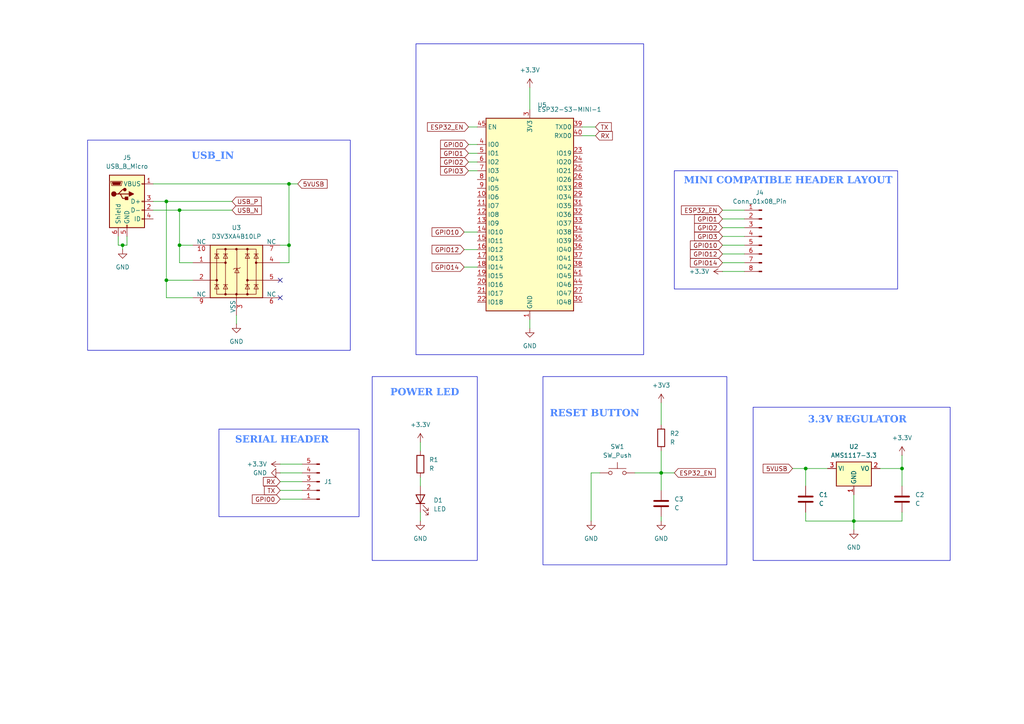
<source format=kicad_sch>
(kicad_sch
	(version 20231120)
	(generator "eeschema")
	(generator_version "8.0")
	(uuid "42714e6a-201b-4bc6-a01a-27538a2005fd")
	(paper "A4")
	(lib_symbols
		(symbol "Connector:Conn_01x05_Pin"
			(pin_names
				(offset 1.016) hide)
			(exclude_from_sim no)
			(in_bom yes)
			(on_board yes)
			(property "Reference" "J"
				(at 0 7.62 0)
				(effects
					(font
						(size 1.27 1.27)
					)
				)
			)
			(property "Value" "Conn_01x05_Pin"
				(at 0 -7.62 0)
				(effects
					(font
						(size 1.27 1.27)
					)
				)
			)
			(property "Footprint" ""
				(at 0 0 0)
				(effects
					(font
						(size 1.27 1.27)
					)
					(hide yes)
				)
			)
			(property "Datasheet" "~"
				(at 0 0 0)
				(effects
					(font
						(size 1.27 1.27)
					)
					(hide yes)
				)
			)
			(property "Description" "Generic connector, single row, 01x05, script generated"
				(at 0 0 0)
				(effects
					(font
						(size 1.27 1.27)
					)
					(hide yes)
				)
			)
			(property "ki_locked" ""
				(at 0 0 0)
				(effects
					(font
						(size 1.27 1.27)
					)
				)
			)
			(property "ki_keywords" "connector"
				(at 0 0 0)
				(effects
					(font
						(size 1.27 1.27)
					)
					(hide yes)
				)
			)
			(property "ki_fp_filters" "Connector*:*_1x??_*"
				(at 0 0 0)
				(effects
					(font
						(size 1.27 1.27)
					)
					(hide yes)
				)
			)
			(symbol "Conn_01x05_Pin_1_1"
				(polyline
					(pts
						(xy 1.27 -5.08) (xy 0.8636 -5.08)
					)
					(stroke
						(width 0.1524)
						(type default)
					)
					(fill
						(type none)
					)
				)
				(polyline
					(pts
						(xy 1.27 -2.54) (xy 0.8636 -2.54)
					)
					(stroke
						(width 0.1524)
						(type default)
					)
					(fill
						(type none)
					)
				)
				(polyline
					(pts
						(xy 1.27 0) (xy 0.8636 0)
					)
					(stroke
						(width 0.1524)
						(type default)
					)
					(fill
						(type none)
					)
				)
				(polyline
					(pts
						(xy 1.27 2.54) (xy 0.8636 2.54)
					)
					(stroke
						(width 0.1524)
						(type default)
					)
					(fill
						(type none)
					)
				)
				(polyline
					(pts
						(xy 1.27 5.08) (xy 0.8636 5.08)
					)
					(stroke
						(width 0.1524)
						(type default)
					)
					(fill
						(type none)
					)
				)
				(rectangle
					(start 0.8636 -4.953)
					(end 0 -5.207)
					(stroke
						(width 0.1524)
						(type default)
					)
					(fill
						(type outline)
					)
				)
				(rectangle
					(start 0.8636 -2.413)
					(end 0 -2.667)
					(stroke
						(width 0.1524)
						(type default)
					)
					(fill
						(type outline)
					)
				)
				(rectangle
					(start 0.8636 0.127)
					(end 0 -0.127)
					(stroke
						(width 0.1524)
						(type default)
					)
					(fill
						(type outline)
					)
				)
				(rectangle
					(start 0.8636 2.667)
					(end 0 2.413)
					(stroke
						(width 0.1524)
						(type default)
					)
					(fill
						(type outline)
					)
				)
				(rectangle
					(start 0.8636 5.207)
					(end 0 4.953)
					(stroke
						(width 0.1524)
						(type default)
					)
					(fill
						(type outline)
					)
				)
				(pin passive line
					(at 5.08 5.08 180)
					(length 3.81)
					(name "Pin_1"
						(effects
							(font
								(size 1.27 1.27)
							)
						)
					)
					(number "1"
						(effects
							(font
								(size 1.27 1.27)
							)
						)
					)
				)
				(pin passive line
					(at 5.08 2.54 180)
					(length 3.81)
					(name "Pin_2"
						(effects
							(font
								(size 1.27 1.27)
							)
						)
					)
					(number "2"
						(effects
							(font
								(size 1.27 1.27)
							)
						)
					)
				)
				(pin passive line
					(at 5.08 0 180)
					(length 3.81)
					(name "Pin_3"
						(effects
							(font
								(size 1.27 1.27)
							)
						)
					)
					(number "3"
						(effects
							(font
								(size 1.27 1.27)
							)
						)
					)
				)
				(pin passive line
					(at 5.08 -2.54 180)
					(length 3.81)
					(name "Pin_4"
						(effects
							(font
								(size 1.27 1.27)
							)
						)
					)
					(number "4"
						(effects
							(font
								(size 1.27 1.27)
							)
						)
					)
				)
				(pin passive line
					(at 5.08 -5.08 180)
					(length 3.81)
					(name "Pin_5"
						(effects
							(font
								(size 1.27 1.27)
							)
						)
					)
					(number "5"
						(effects
							(font
								(size 1.27 1.27)
							)
						)
					)
				)
			)
		)
		(symbol "Connector:Conn_01x08_Pin"
			(pin_names
				(offset 1.016) hide)
			(exclude_from_sim no)
			(in_bom yes)
			(on_board yes)
			(property "Reference" "J"
				(at 0 10.16 0)
				(effects
					(font
						(size 1.27 1.27)
					)
				)
			)
			(property "Value" "Conn_01x08_Pin"
				(at 0 -12.7 0)
				(effects
					(font
						(size 1.27 1.27)
					)
				)
			)
			(property "Footprint" ""
				(at 0 0 0)
				(effects
					(font
						(size 1.27 1.27)
					)
					(hide yes)
				)
			)
			(property "Datasheet" "~"
				(at 0 0 0)
				(effects
					(font
						(size 1.27 1.27)
					)
					(hide yes)
				)
			)
			(property "Description" "Generic connector, single row, 01x08, script generated"
				(at 0 0 0)
				(effects
					(font
						(size 1.27 1.27)
					)
					(hide yes)
				)
			)
			(property "ki_locked" ""
				(at 0 0 0)
				(effects
					(font
						(size 1.27 1.27)
					)
				)
			)
			(property "ki_keywords" "connector"
				(at 0 0 0)
				(effects
					(font
						(size 1.27 1.27)
					)
					(hide yes)
				)
			)
			(property "ki_fp_filters" "Connector*:*_1x??_*"
				(at 0 0 0)
				(effects
					(font
						(size 1.27 1.27)
					)
					(hide yes)
				)
			)
			(symbol "Conn_01x08_Pin_1_1"
				(polyline
					(pts
						(xy 1.27 -10.16) (xy 0.8636 -10.16)
					)
					(stroke
						(width 0.1524)
						(type default)
					)
					(fill
						(type none)
					)
				)
				(polyline
					(pts
						(xy 1.27 -7.62) (xy 0.8636 -7.62)
					)
					(stroke
						(width 0.1524)
						(type default)
					)
					(fill
						(type none)
					)
				)
				(polyline
					(pts
						(xy 1.27 -5.08) (xy 0.8636 -5.08)
					)
					(stroke
						(width 0.1524)
						(type default)
					)
					(fill
						(type none)
					)
				)
				(polyline
					(pts
						(xy 1.27 -2.54) (xy 0.8636 -2.54)
					)
					(stroke
						(width 0.1524)
						(type default)
					)
					(fill
						(type none)
					)
				)
				(polyline
					(pts
						(xy 1.27 0) (xy 0.8636 0)
					)
					(stroke
						(width 0.1524)
						(type default)
					)
					(fill
						(type none)
					)
				)
				(polyline
					(pts
						(xy 1.27 2.54) (xy 0.8636 2.54)
					)
					(stroke
						(width 0.1524)
						(type default)
					)
					(fill
						(type none)
					)
				)
				(polyline
					(pts
						(xy 1.27 5.08) (xy 0.8636 5.08)
					)
					(stroke
						(width 0.1524)
						(type default)
					)
					(fill
						(type none)
					)
				)
				(polyline
					(pts
						(xy 1.27 7.62) (xy 0.8636 7.62)
					)
					(stroke
						(width 0.1524)
						(type default)
					)
					(fill
						(type none)
					)
				)
				(rectangle
					(start 0.8636 -10.033)
					(end 0 -10.287)
					(stroke
						(width 0.1524)
						(type default)
					)
					(fill
						(type outline)
					)
				)
				(rectangle
					(start 0.8636 -7.493)
					(end 0 -7.747)
					(stroke
						(width 0.1524)
						(type default)
					)
					(fill
						(type outline)
					)
				)
				(rectangle
					(start 0.8636 -4.953)
					(end 0 -5.207)
					(stroke
						(width 0.1524)
						(type default)
					)
					(fill
						(type outline)
					)
				)
				(rectangle
					(start 0.8636 -2.413)
					(end 0 -2.667)
					(stroke
						(width 0.1524)
						(type default)
					)
					(fill
						(type outline)
					)
				)
				(rectangle
					(start 0.8636 0.127)
					(end 0 -0.127)
					(stroke
						(width 0.1524)
						(type default)
					)
					(fill
						(type outline)
					)
				)
				(rectangle
					(start 0.8636 2.667)
					(end 0 2.413)
					(stroke
						(width 0.1524)
						(type default)
					)
					(fill
						(type outline)
					)
				)
				(rectangle
					(start 0.8636 5.207)
					(end 0 4.953)
					(stroke
						(width 0.1524)
						(type default)
					)
					(fill
						(type outline)
					)
				)
				(rectangle
					(start 0.8636 7.747)
					(end 0 7.493)
					(stroke
						(width 0.1524)
						(type default)
					)
					(fill
						(type outline)
					)
				)
				(pin passive line
					(at 5.08 7.62 180)
					(length 3.81)
					(name "Pin_1"
						(effects
							(font
								(size 1.27 1.27)
							)
						)
					)
					(number "1"
						(effects
							(font
								(size 1.27 1.27)
							)
						)
					)
				)
				(pin passive line
					(at 5.08 5.08 180)
					(length 3.81)
					(name "Pin_2"
						(effects
							(font
								(size 1.27 1.27)
							)
						)
					)
					(number "2"
						(effects
							(font
								(size 1.27 1.27)
							)
						)
					)
				)
				(pin passive line
					(at 5.08 2.54 180)
					(length 3.81)
					(name "Pin_3"
						(effects
							(font
								(size 1.27 1.27)
							)
						)
					)
					(number "3"
						(effects
							(font
								(size 1.27 1.27)
							)
						)
					)
				)
				(pin passive line
					(at 5.08 0 180)
					(length 3.81)
					(name "Pin_4"
						(effects
							(font
								(size 1.27 1.27)
							)
						)
					)
					(number "4"
						(effects
							(font
								(size 1.27 1.27)
							)
						)
					)
				)
				(pin passive line
					(at 5.08 -2.54 180)
					(length 3.81)
					(name "Pin_5"
						(effects
							(font
								(size 1.27 1.27)
							)
						)
					)
					(number "5"
						(effects
							(font
								(size 1.27 1.27)
							)
						)
					)
				)
				(pin passive line
					(at 5.08 -5.08 180)
					(length 3.81)
					(name "Pin_6"
						(effects
							(font
								(size 1.27 1.27)
							)
						)
					)
					(number "6"
						(effects
							(font
								(size 1.27 1.27)
							)
						)
					)
				)
				(pin passive line
					(at 5.08 -7.62 180)
					(length 3.81)
					(name "Pin_7"
						(effects
							(font
								(size 1.27 1.27)
							)
						)
					)
					(number "7"
						(effects
							(font
								(size 1.27 1.27)
							)
						)
					)
				)
				(pin passive line
					(at 5.08 -10.16 180)
					(length 3.81)
					(name "Pin_8"
						(effects
							(font
								(size 1.27 1.27)
							)
						)
					)
					(number "8"
						(effects
							(font
								(size 1.27 1.27)
							)
						)
					)
				)
			)
		)
		(symbol "Connector:USB_B_Micro"
			(pin_names
				(offset 1.016)
			)
			(exclude_from_sim no)
			(in_bom yes)
			(on_board yes)
			(property "Reference" "J"
				(at -5.08 11.43 0)
				(effects
					(font
						(size 1.27 1.27)
					)
					(justify left)
				)
			)
			(property "Value" "USB_B_Micro"
				(at -5.08 8.89 0)
				(effects
					(font
						(size 1.27 1.27)
					)
					(justify left)
				)
			)
			(property "Footprint" ""
				(at 3.81 -1.27 0)
				(effects
					(font
						(size 1.27 1.27)
					)
					(hide yes)
				)
			)
			(property "Datasheet" "~"
				(at 3.81 -1.27 0)
				(effects
					(font
						(size 1.27 1.27)
					)
					(hide yes)
				)
			)
			(property "Description" "USB Micro Type B connector"
				(at 0 0 0)
				(effects
					(font
						(size 1.27 1.27)
					)
					(hide yes)
				)
			)
			(property "ki_keywords" "connector USB micro"
				(at 0 0 0)
				(effects
					(font
						(size 1.27 1.27)
					)
					(hide yes)
				)
			)
			(property "ki_fp_filters" "USB*"
				(at 0 0 0)
				(effects
					(font
						(size 1.27 1.27)
					)
					(hide yes)
				)
			)
			(symbol "USB_B_Micro_0_1"
				(rectangle
					(start -5.08 -7.62)
					(end 5.08 7.62)
					(stroke
						(width 0.254)
						(type default)
					)
					(fill
						(type background)
					)
				)
				(circle
					(center -3.81 2.159)
					(radius 0.635)
					(stroke
						(width 0.254)
						(type default)
					)
					(fill
						(type outline)
					)
				)
				(circle
					(center -0.635 3.429)
					(radius 0.381)
					(stroke
						(width 0.254)
						(type default)
					)
					(fill
						(type outline)
					)
				)
				(rectangle
					(start -0.127 -7.62)
					(end 0.127 -6.858)
					(stroke
						(width 0)
						(type default)
					)
					(fill
						(type none)
					)
				)
				(polyline
					(pts
						(xy -1.905 2.159) (xy 0.635 2.159)
					)
					(stroke
						(width 0.254)
						(type default)
					)
					(fill
						(type none)
					)
				)
				(polyline
					(pts
						(xy -3.175 2.159) (xy -2.54 2.159) (xy -1.27 3.429) (xy -0.635 3.429)
					)
					(stroke
						(width 0.254)
						(type default)
					)
					(fill
						(type none)
					)
				)
				(polyline
					(pts
						(xy -2.54 2.159) (xy -1.905 2.159) (xy -1.27 0.889) (xy 0 0.889)
					)
					(stroke
						(width 0.254)
						(type default)
					)
					(fill
						(type none)
					)
				)
				(polyline
					(pts
						(xy 0.635 2.794) (xy 0.635 1.524) (xy 1.905 2.159) (xy 0.635 2.794)
					)
					(stroke
						(width 0.254)
						(type default)
					)
					(fill
						(type outline)
					)
				)
				(polyline
					(pts
						(xy -4.318 5.588) (xy -1.778 5.588) (xy -2.032 4.826) (xy -4.064 4.826) (xy -4.318 5.588)
					)
					(stroke
						(width 0)
						(type default)
					)
					(fill
						(type outline)
					)
				)
				(polyline
					(pts
						(xy -4.699 5.842) (xy -4.699 5.588) (xy -4.445 4.826) (xy -4.445 4.572) (xy -1.651 4.572) (xy -1.651 4.826)
						(xy -1.397 5.588) (xy -1.397 5.842) (xy -4.699 5.842)
					)
					(stroke
						(width 0)
						(type default)
					)
					(fill
						(type none)
					)
				)
				(rectangle
					(start 0.254 1.27)
					(end -0.508 0.508)
					(stroke
						(width 0.254)
						(type default)
					)
					(fill
						(type outline)
					)
				)
				(rectangle
					(start 5.08 -5.207)
					(end 4.318 -4.953)
					(stroke
						(width 0)
						(type default)
					)
					(fill
						(type none)
					)
				)
				(rectangle
					(start 5.08 -2.667)
					(end 4.318 -2.413)
					(stroke
						(width 0)
						(type default)
					)
					(fill
						(type none)
					)
				)
				(rectangle
					(start 5.08 -0.127)
					(end 4.318 0.127)
					(stroke
						(width 0)
						(type default)
					)
					(fill
						(type none)
					)
				)
				(rectangle
					(start 5.08 4.953)
					(end 4.318 5.207)
					(stroke
						(width 0)
						(type default)
					)
					(fill
						(type none)
					)
				)
			)
			(symbol "USB_B_Micro_1_1"
				(pin power_out line
					(at 7.62 5.08 180)
					(length 2.54)
					(name "VBUS"
						(effects
							(font
								(size 1.27 1.27)
							)
						)
					)
					(number "1"
						(effects
							(font
								(size 1.27 1.27)
							)
						)
					)
				)
				(pin bidirectional line
					(at 7.62 -2.54 180)
					(length 2.54)
					(name "D-"
						(effects
							(font
								(size 1.27 1.27)
							)
						)
					)
					(number "2"
						(effects
							(font
								(size 1.27 1.27)
							)
						)
					)
				)
				(pin bidirectional line
					(at 7.62 0 180)
					(length 2.54)
					(name "D+"
						(effects
							(font
								(size 1.27 1.27)
							)
						)
					)
					(number "3"
						(effects
							(font
								(size 1.27 1.27)
							)
						)
					)
				)
				(pin passive line
					(at 7.62 -5.08 180)
					(length 2.54)
					(name "ID"
						(effects
							(font
								(size 1.27 1.27)
							)
						)
					)
					(number "4"
						(effects
							(font
								(size 1.27 1.27)
							)
						)
					)
				)
				(pin power_out line
					(at 0 -10.16 90)
					(length 2.54)
					(name "GND"
						(effects
							(font
								(size 1.27 1.27)
							)
						)
					)
					(number "5"
						(effects
							(font
								(size 1.27 1.27)
							)
						)
					)
				)
				(pin passive line
					(at -2.54 -10.16 90)
					(length 2.54)
					(name "Shield"
						(effects
							(font
								(size 1.27 1.27)
							)
						)
					)
					(number "6"
						(effects
							(font
								(size 1.27 1.27)
							)
						)
					)
				)
			)
		)
		(symbol "Device:C"
			(pin_numbers hide)
			(pin_names
				(offset 0.254)
			)
			(exclude_from_sim no)
			(in_bom yes)
			(on_board yes)
			(property "Reference" "C"
				(at 0.635 2.54 0)
				(effects
					(font
						(size 1.27 1.27)
					)
					(justify left)
				)
			)
			(property "Value" "C"
				(at 0.635 -2.54 0)
				(effects
					(font
						(size 1.27 1.27)
					)
					(justify left)
				)
			)
			(property "Footprint" ""
				(at 0.9652 -3.81 0)
				(effects
					(font
						(size 1.27 1.27)
					)
					(hide yes)
				)
			)
			(property "Datasheet" "~"
				(at 0 0 0)
				(effects
					(font
						(size 1.27 1.27)
					)
					(hide yes)
				)
			)
			(property "Description" "Unpolarized capacitor"
				(at 0 0 0)
				(effects
					(font
						(size 1.27 1.27)
					)
					(hide yes)
				)
			)
			(property "ki_keywords" "cap capacitor"
				(at 0 0 0)
				(effects
					(font
						(size 1.27 1.27)
					)
					(hide yes)
				)
			)
			(property "ki_fp_filters" "C_*"
				(at 0 0 0)
				(effects
					(font
						(size 1.27 1.27)
					)
					(hide yes)
				)
			)
			(symbol "C_0_1"
				(polyline
					(pts
						(xy -2.032 -0.762) (xy 2.032 -0.762)
					)
					(stroke
						(width 0.508)
						(type default)
					)
					(fill
						(type none)
					)
				)
				(polyline
					(pts
						(xy -2.032 0.762) (xy 2.032 0.762)
					)
					(stroke
						(width 0.508)
						(type default)
					)
					(fill
						(type none)
					)
				)
			)
			(symbol "C_1_1"
				(pin passive line
					(at 0 3.81 270)
					(length 2.794)
					(name "~"
						(effects
							(font
								(size 1.27 1.27)
							)
						)
					)
					(number "1"
						(effects
							(font
								(size 1.27 1.27)
							)
						)
					)
				)
				(pin passive line
					(at 0 -3.81 90)
					(length 2.794)
					(name "~"
						(effects
							(font
								(size 1.27 1.27)
							)
						)
					)
					(number "2"
						(effects
							(font
								(size 1.27 1.27)
							)
						)
					)
				)
			)
		)
		(symbol "Device:LED"
			(pin_numbers hide)
			(pin_names
				(offset 1.016) hide)
			(exclude_from_sim no)
			(in_bom yes)
			(on_board yes)
			(property "Reference" "D"
				(at 0 2.54 0)
				(effects
					(font
						(size 1.27 1.27)
					)
				)
			)
			(property "Value" "LED"
				(at 0 -2.54 0)
				(effects
					(font
						(size 1.27 1.27)
					)
				)
			)
			(property "Footprint" ""
				(at 0 0 0)
				(effects
					(font
						(size 1.27 1.27)
					)
					(hide yes)
				)
			)
			(property "Datasheet" "~"
				(at 0 0 0)
				(effects
					(font
						(size 1.27 1.27)
					)
					(hide yes)
				)
			)
			(property "Description" "Light emitting diode"
				(at 0 0 0)
				(effects
					(font
						(size 1.27 1.27)
					)
					(hide yes)
				)
			)
			(property "ki_keywords" "LED diode"
				(at 0 0 0)
				(effects
					(font
						(size 1.27 1.27)
					)
					(hide yes)
				)
			)
			(property "ki_fp_filters" "LED* LED_SMD:* LED_THT:*"
				(at 0 0 0)
				(effects
					(font
						(size 1.27 1.27)
					)
					(hide yes)
				)
			)
			(symbol "LED_0_1"
				(polyline
					(pts
						(xy -1.27 -1.27) (xy -1.27 1.27)
					)
					(stroke
						(width 0.254)
						(type default)
					)
					(fill
						(type none)
					)
				)
				(polyline
					(pts
						(xy -1.27 0) (xy 1.27 0)
					)
					(stroke
						(width 0)
						(type default)
					)
					(fill
						(type none)
					)
				)
				(polyline
					(pts
						(xy 1.27 -1.27) (xy 1.27 1.27) (xy -1.27 0) (xy 1.27 -1.27)
					)
					(stroke
						(width 0.254)
						(type default)
					)
					(fill
						(type none)
					)
				)
				(polyline
					(pts
						(xy -3.048 -0.762) (xy -4.572 -2.286) (xy -3.81 -2.286) (xy -4.572 -2.286) (xy -4.572 -1.524)
					)
					(stroke
						(width 0)
						(type default)
					)
					(fill
						(type none)
					)
				)
				(polyline
					(pts
						(xy -1.778 -0.762) (xy -3.302 -2.286) (xy -2.54 -2.286) (xy -3.302 -2.286) (xy -3.302 -1.524)
					)
					(stroke
						(width 0)
						(type default)
					)
					(fill
						(type none)
					)
				)
			)
			(symbol "LED_1_1"
				(pin passive line
					(at -3.81 0 0)
					(length 2.54)
					(name "K"
						(effects
							(font
								(size 1.27 1.27)
							)
						)
					)
					(number "1"
						(effects
							(font
								(size 1.27 1.27)
							)
						)
					)
				)
				(pin passive line
					(at 3.81 0 180)
					(length 2.54)
					(name "A"
						(effects
							(font
								(size 1.27 1.27)
							)
						)
					)
					(number "2"
						(effects
							(font
								(size 1.27 1.27)
							)
						)
					)
				)
			)
		)
		(symbol "Device:R"
			(pin_numbers hide)
			(pin_names
				(offset 0)
			)
			(exclude_from_sim no)
			(in_bom yes)
			(on_board yes)
			(property "Reference" "R"
				(at 2.032 0 90)
				(effects
					(font
						(size 1.27 1.27)
					)
				)
			)
			(property "Value" "R"
				(at 0 0 90)
				(effects
					(font
						(size 1.27 1.27)
					)
				)
			)
			(property "Footprint" ""
				(at -1.778 0 90)
				(effects
					(font
						(size 1.27 1.27)
					)
					(hide yes)
				)
			)
			(property "Datasheet" "~"
				(at 0 0 0)
				(effects
					(font
						(size 1.27 1.27)
					)
					(hide yes)
				)
			)
			(property "Description" "Resistor"
				(at 0 0 0)
				(effects
					(font
						(size 1.27 1.27)
					)
					(hide yes)
				)
			)
			(property "ki_keywords" "R res resistor"
				(at 0 0 0)
				(effects
					(font
						(size 1.27 1.27)
					)
					(hide yes)
				)
			)
			(property "ki_fp_filters" "R_*"
				(at 0 0 0)
				(effects
					(font
						(size 1.27 1.27)
					)
					(hide yes)
				)
			)
			(symbol "R_0_1"
				(rectangle
					(start -1.016 -2.54)
					(end 1.016 2.54)
					(stroke
						(width 0.254)
						(type default)
					)
					(fill
						(type none)
					)
				)
			)
			(symbol "R_1_1"
				(pin passive line
					(at 0 3.81 270)
					(length 1.27)
					(name "~"
						(effects
							(font
								(size 1.27 1.27)
							)
						)
					)
					(number "1"
						(effects
							(font
								(size 1.27 1.27)
							)
						)
					)
				)
				(pin passive line
					(at 0 -3.81 90)
					(length 1.27)
					(name "~"
						(effects
							(font
								(size 1.27 1.27)
							)
						)
					)
					(number "2"
						(effects
							(font
								(size 1.27 1.27)
							)
						)
					)
				)
			)
		)
		(symbol "GND_1"
			(power)
			(pin_numbers hide)
			(pin_names
				(offset 0) hide)
			(exclude_from_sim no)
			(in_bom yes)
			(on_board yes)
			(property "Reference" "#PWR"
				(at 0 -6.35 0)
				(effects
					(font
						(size 1.27 1.27)
					)
					(hide yes)
				)
			)
			(property "Value" "GND"
				(at 0 -3.81 0)
				(effects
					(font
						(size 1.27 1.27)
					)
				)
			)
			(property "Footprint" ""
				(at 0 0 0)
				(effects
					(font
						(size 1.27 1.27)
					)
					(hide yes)
				)
			)
			(property "Datasheet" ""
				(at 0 0 0)
				(effects
					(font
						(size 1.27 1.27)
					)
					(hide yes)
				)
			)
			(property "Description" "Power symbol creates a global label with name \"GND\" , ground"
				(at 0 0 0)
				(effects
					(font
						(size 1.27 1.27)
					)
					(hide yes)
				)
			)
			(property "ki_keywords" "global power"
				(at 0 0 0)
				(effects
					(font
						(size 1.27 1.27)
					)
					(hide yes)
				)
			)
			(symbol "GND_1_0_1"
				(polyline
					(pts
						(xy 0 0) (xy 0 -1.27) (xy 1.27 -1.27) (xy 0 -2.54) (xy -1.27 -1.27) (xy 0 -1.27)
					)
					(stroke
						(width 0)
						(type default)
					)
					(fill
						(type none)
					)
				)
			)
			(symbol "GND_1_1_1"
				(pin power_in line
					(at 0 0 270)
					(length 0)
					(name "~"
						(effects
							(font
								(size 1.27 1.27)
							)
						)
					)
					(number "1"
						(effects
							(font
								(size 1.27 1.27)
							)
						)
					)
				)
			)
		)
		(symbol "Power_Protection:D3V3XA4B10LP"
			(pin_names
				(offset 0)
			)
			(exclude_from_sim no)
			(in_bom yes)
			(on_board yes)
			(property "Reference" "U"
				(at -0.635 8.89 0)
				(effects
					(font
						(size 1.27 1.27)
					)
				)
			)
			(property "Value" "D3V3XA4B10LP"
				(at 8.89 -10.16 0)
				(effects
					(font
						(size 1.27 1.27)
					)
				)
			)
			(property "Footprint" "Package_DFN_QFN:Diodes_UDFN-10_1.0x2.5mm_P0.5mm"
				(at -24.13 -10.16 0)
				(effects
					(font
						(size 1.27 1.27)
					)
					(hide yes)
				)
			)
			(property "Datasheet" "https://www.diodes.com/assets/Datasheets/D3V3XA4B10LP.pdf"
				(at 0 0 0)
				(effects
					(font
						(size 1.27 1.27)
					)
					(hide yes)
				)
			)
			(property "Description" "4-Channel Low Capacitance TVS Diode Array, DFN-10"
				(at 0 0 0)
				(effects
					(font
						(size 1.27 1.27)
					)
					(hide yes)
				)
			)
			(property "ki_keywords" "ESD protection TVS"
				(at 0 0 0)
				(effects
					(font
						(size 1.27 1.27)
					)
					(hide yes)
				)
			)
			(property "ki_fp_filters" "Diodes*UDFN*1.0x2.5mm*P0.5mm*"
				(at 0 0 0)
				(effects
					(font
						(size 1.27 1.27)
					)
					(hide yes)
				)
			)
			(symbol "D3V3XA4B10LP_0_0"
				(rectangle
					(start -5.715 6.477)
					(end 5.715 -6.604)
					(stroke
						(width 0)
						(type default)
					)
					(fill
						(type none)
					)
				)
				(polyline
					(pts
						(xy -3.175 -6.604) (xy -3.175 6.477)
					)
					(stroke
						(width 0)
						(type default)
					)
					(fill
						(type none)
					)
				)
				(polyline
					(pts
						(xy 0.127 6.477) (xy 0.127 -6.604)
					)
					(stroke
						(width 0)
						(type default)
					)
					(fill
						(type none)
					)
				)
				(polyline
					(pts
						(xy 3.175 6.477) (xy 3.175 -6.604)
					)
					(stroke
						(width 0)
						(type default)
					)
					(fill
						(type none)
					)
				)
			)
			(symbol "D3V3XA4B10LP_0_1"
				(rectangle
					(start -7.62 7.62)
					(end 7.62 -7.62)
					(stroke
						(width 0.254)
						(type default)
					)
					(fill
						(type background)
					)
				)
				(circle
					(center -5.715 -2.54)
					(radius 0.2794)
					(stroke
						(width 0)
						(type default)
					)
					(fill
						(type outline)
					)
				)
				(circle
					(center -3.175 -6.604)
					(radius 0.2794)
					(stroke
						(width 0)
						(type default)
					)
					(fill
						(type outline)
					)
				)
				(circle
					(center -3.175 2.54)
					(radius 0.2794)
					(stroke
						(width 0)
						(type default)
					)
					(fill
						(type outline)
					)
				)
				(circle
					(center -3.175 6.477)
					(radius 0.2794)
					(stroke
						(width 0)
						(type default)
					)
					(fill
						(type outline)
					)
				)
				(circle
					(center 0 -6.604)
					(radius 0.2794)
					(stroke
						(width 0)
						(type default)
					)
					(fill
						(type outline)
					)
				)
				(polyline
					(pts
						(xy -7.747 2.54) (xy -3.175 2.54)
					)
					(stroke
						(width 0)
						(type default)
					)
					(fill
						(type none)
					)
				)
				(polyline
					(pts
						(xy -7.62 -2.54) (xy -5.715 -2.54)
					)
					(stroke
						(width 0)
						(type default)
					)
					(fill
						(type none)
					)
				)
				(polyline
					(pts
						(xy -5.08 -3.81) (xy -6.35 -3.81)
					)
					(stroke
						(width 0)
						(type default)
					)
					(fill
						(type none)
					)
				)
				(polyline
					(pts
						(xy -5.08 5.08) (xy -6.35 5.08)
					)
					(stroke
						(width 0)
						(type default)
					)
					(fill
						(type none)
					)
				)
				(polyline
					(pts
						(xy -2.54 -3.81) (xy -3.81 -3.81)
					)
					(stroke
						(width 0)
						(type default)
					)
					(fill
						(type none)
					)
				)
				(polyline
					(pts
						(xy -2.54 5.08) (xy -3.81 5.08)
					)
					(stroke
						(width 0)
						(type default)
					)
					(fill
						(type none)
					)
				)
				(polyline
					(pts
						(xy -0.508 0.889) (xy -0.889 0.635)
					)
					(stroke
						(width 0)
						(type default)
					)
					(fill
						(type none)
					)
				)
				(polyline
					(pts
						(xy 0 -6.604) (xy 0 -7.62)
					)
					(stroke
						(width 0)
						(type default)
					)
					(fill
						(type none)
					)
				)
				(polyline
					(pts
						(xy 0.762 0.889) (xy -0.508 0.889)
					)
					(stroke
						(width 0)
						(type default)
					)
					(fill
						(type none)
					)
				)
				(polyline
					(pts
						(xy 0.762 0.889) (xy 1.143 1.143)
					)
					(stroke
						(width 0)
						(type default)
					)
					(fill
						(type none)
					)
				)
				(polyline
					(pts
						(xy 3.81 -3.81) (xy 2.54 -3.81)
					)
					(stroke
						(width 0)
						(type default)
					)
					(fill
						(type none)
					)
				)
				(polyline
					(pts
						(xy 3.81 5.08) (xy 2.54 5.08)
					)
					(stroke
						(width 0)
						(type default)
					)
					(fill
						(type none)
					)
				)
				(polyline
					(pts
						(xy 6.35 -3.81) (xy 5.08 -3.81)
					)
					(stroke
						(width 0)
						(type default)
					)
					(fill
						(type none)
					)
				)
				(polyline
					(pts
						(xy 6.35 5.08) (xy 5.08 5.08)
					)
					(stroke
						(width 0)
						(type default)
					)
					(fill
						(type none)
					)
				)
				(polyline
					(pts
						(xy 7.62 -2.54) (xy 3.175 -2.54)
					)
					(stroke
						(width 0)
						(type default)
					)
					(fill
						(type none)
					)
				)
				(polyline
					(pts
						(xy 7.62 2.54) (xy 5.715 2.54)
					)
					(stroke
						(width 0)
						(type default)
					)
					(fill
						(type none)
					)
				)
				(polyline
					(pts
						(xy -5.08 -5.08) (xy -6.35 -5.08) (xy -5.715 -3.81) (xy -5.08 -5.08)
					)
					(stroke
						(width 0)
						(type default)
					)
					(fill
						(type none)
					)
				)
				(polyline
					(pts
						(xy -5.08 3.81) (xy -6.35 3.81) (xy -5.715 5.08) (xy -5.08 3.81)
					)
					(stroke
						(width 0)
						(type default)
					)
					(fill
						(type none)
					)
				)
				(polyline
					(pts
						(xy -2.54 -5.08) (xy -3.81 -5.08) (xy -3.175 -3.81) (xy -2.54 -5.08)
					)
					(stroke
						(width 0)
						(type default)
					)
					(fill
						(type none)
					)
				)
				(polyline
					(pts
						(xy -2.54 3.81) (xy -3.81 3.81) (xy -3.175 5.08) (xy -2.54 3.81)
					)
					(stroke
						(width 0)
						(type default)
					)
					(fill
						(type none)
					)
				)
				(polyline
					(pts
						(xy 0.762 -0.381) (xy -0.508 -0.381) (xy 0.127 0.889) (xy 0.762 -0.381)
					)
					(stroke
						(width 0)
						(type default)
					)
					(fill
						(type none)
					)
				)
				(polyline
					(pts
						(xy 3.81 -5.08) (xy 2.54 -5.08) (xy 3.175 -3.81) (xy 3.81 -5.08)
					)
					(stroke
						(width 0)
						(type default)
					)
					(fill
						(type none)
					)
				)
				(polyline
					(pts
						(xy 3.81 3.81) (xy 2.54 3.81) (xy 3.175 5.08) (xy 3.81 3.81)
					)
					(stroke
						(width 0)
						(type default)
					)
					(fill
						(type none)
					)
				)
				(polyline
					(pts
						(xy 6.35 -5.08) (xy 5.08 -5.08) (xy 5.715 -3.81) (xy 6.35 -5.08)
					)
					(stroke
						(width 0)
						(type default)
					)
					(fill
						(type none)
					)
				)
				(polyline
					(pts
						(xy 6.35 3.81) (xy 5.08 3.81) (xy 5.715 5.08) (xy 6.35 3.81)
					)
					(stroke
						(width 0)
						(type default)
					)
					(fill
						(type none)
					)
				)
				(circle
					(center 0 6.477)
					(radius 0.2794)
					(stroke
						(width 0)
						(type default)
					)
					(fill
						(type outline)
					)
				)
				(circle
					(center 3.175 -6.604)
					(radius 0.2794)
					(stroke
						(width 0)
						(type default)
					)
					(fill
						(type outline)
					)
				)
				(circle
					(center 3.175 -2.54)
					(radius 0.2794)
					(stroke
						(width 0)
						(type default)
					)
					(fill
						(type outline)
					)
				)
				(circle
					(center 3.175 6.477)
					(radius 0.2794)
					(stroke
						(width 0)
						(type default)
					)
					(fill
						(type outline)
					)
				)
				(circle
					(center 5.715 2.54)
					(radius 0.2794)
					(stroke
						(width 0)
						(type default)
					)
					(fill
						(type outline)
					)
				)
			)
			(symbol "D3V3XA4B10LP_1_1"
				(pin passive line
					(at -12.7 2.54 0)
					(length 5.08)
					(name "~"
						(effects
							(font
								(size 1.27 1.27)
							)
						)
					)
					(number "1"
						(effects
							(font
								(size 1.27 1.27)
							)
						)
					)
				)
				(pin free line
					(at -12.7 7.62 0)
					(length 5.08)
					(name "NC"
						(effects
							(font
								(size 1.27 1.27)
							)
						)
					)
					(number "10"
						(effects
							(font
								(size 1.27 1.27)
							)
						)
					)
				)
				(pin passive line
					(at -12.7 -2.54 0)
					(length 5.08)
					(name "~"
						(effects
							(font
								(size 1.27 1.27)
							)
						)
					)
					(number "2"
						(effects
							(font
								(size 1.27 1.27)
							)
						)
					)
				)
				(pin power_in line
					(at 0 -12.7 90)
					(length 5.08)
					(name "VSS"
						(effects
							(font
								(size 1.27 1.27)
							)
						)
					)
					(number "3"
						(effects
							(font
								(size 1.27 1.27)
							)
						)
					)
				)
				(pin passive line
					(at 12.7 2.54 180)
					(length 5.08)
					(name "~"
						(effects
							(font
								(size 1.27 1.27)
							)
						)
					)
					(number "4"
						(effects
							(font
								(size 1.27 1.27)
							)
						)
					)
				)
				(pin passive line
					(at 12.7 -2.54 180)
					(length 5.08)
					(name "~"
						(effects
							(font
								(size 1.27 1.27)
							)
						)
					)
					(number "5"
						(effects
							(font
								(size 1.27 1.27)
							)
						)
					)
				)
				(pin free line
					(at 12.7 -7.62 180)
					(length 5.08)
					(name "NC"
						(effects
							(font
								(size 1.27 1.27)
							)
						)
					)
					(number "6"
						(effects
							(font
								(size 1.27 1.27)
							)
						)
					)
				)
				(pin free line
					(at 12.7 7.62 180)
					(length 5.08)
					(name "NC"
						(effects
							(font
								(size 1.27 1.27)
							)
						)
					)
					(number "7"
						(effects
							(font
								(size 1.27 1.27)
							)
						)
					)
				)
				(pin passive line
					(at 0 -12.7 90)
					(length 5.08) hide
					(name "VSS"
						(effects
							(font
								(size 1.27 1.27)
							)
						)
					)
					(number "8"
						(effects
							(font
								(size 1.27 1.27)
							)
						)
					)
				)
				(pin free line
					(at -12.7 -7.62 0)
					(length 5.08)
					(name "NC"
						(effects
							(font
								(size 1.27 1.27)
							)
						)
					)
					(number "9"
						(effects
							(font
								(size 1.27 1.27)
							)
						)
					)
				)
			)
		)
		(symbol "RF_Module:ESP32-S3-MINI-1"
			(exclude_from_sim no)
			(in_bom yes)
			(on_board yes)
			(property "Reference" "U"
				(at -11.43 29.21 0)
				(effects
					(font
						(size 1.27 1.27)
					)
				)
			)
			(property "Value" "ESP32-S3-MINI-1"
				(at 12.7 29.21 0)
				(effects
					(font
						(size 1.27 1.27)
					)
				)
			)
			(property "Footprint" "RF_Module:ESP32-S2-MINI-1"
				(at 15.24 -29.21 0)
				(effects
					(font
						(size 1.27 1.27)
					)
					(hide yes)
				)
			)
			(property "Datasheet" "https://www.espressif.com/sites/default/files/documentation/esp32-s3-mini-1_mini-1u_datasheet_en.pdf"
				(at 0 40.64 0)
				(effects
					(font
						(size 1.27 1.27)
					)
					(hide yes)
				)
			)
			(property "Description" "RF Module, ESP32-S3 SoC, Wi-Fi 802.11b/g/n, Bluetooth, BLE, 32-bit, 3.3V, SMD, onboard antenna"
				(at 0 43.18 0)
				(effects
					(font
						(size 1.27 1.27)
					)
					(hide yes)
				)
			)
			(property "ki_keywords" "RF Radio BT ESP ESP32-S3 Espressif"
				(at 0 0 0)
				(effects
					(font
						(size 1.27 1.27)
					)
					(hide yes)
				)
			)
			(property "ki_fp_filters" "ESP32?S*MINI?1"
				(at 0 0 0)
				(effects
					(font
						(size 1.27 1.27)
					)
					(hide yes)
				)
			)
			(symbol "ESP32-S3-MINI-1_0_1"
				(rectangle
					(start -12.7 27.94)
					(end 12.7 -27.94)
					(stroke
						(width 0.254)
						(type default)
					)
					(fill
						(type background)
					)
				)
			)
			(symbol "ESP32-S3-MINI-1_1_1"
				(pin power_in line
					(at 0 -30.48 90)
					(length 2.54)
					(name "GND"
						(effects
							(font
								(size 1.27 1.27)
							)
						)
					)
					(number "1"
						(effects
							(font
								(size 1.27 1.27)
							)
						)
					)
				)
				(pin bidirectional line
					(at -15.24 5.08 0)
					(length 2.54)
					(name "IO6"
						(effects
							(font
								(size 1.27 1.27)
							)
						)
					)
					(number "10"
						(effects
							(font
								(size 1.27 1.27)
							)
						)
					)
				)
				(pin bidirectional line
					(at -15.24 2.54 0)
					(length 2.54)
					(name "IO7"
						(effects
							(font
								(size 1.27 1.27)
							)
						)
					)
					(number "11"
						(effects
							(font
								(size 1.27 1.27)
							)
						)
					)
				)
				(pin bidirectional line
					(at -15.24 0 0)
					(length 2.54)
					(name "IO8"
						(effects
							(font
								(size 1.27 1.27)
							)
						)
					)
					(number "12"
						(effects
							(font
								(size 1.27 1.27)
							)
						)
					)
				)
				(pin bidirectional line
					(at -15.24 -2.54 0)
					(length 2.54)
					(name "IO9"
						(effects
							(font
								(size 1.27 1.27)
							)
						)
					)
					(number "13"
						(effects
							(font
								(size 1.27 1.27)
							)
						)
					)
				)
				(pin bidirectional line
					(at -15.24 -5.08 0)
					(length 2.54)
					(name "IO10"
						(effects
							(font
								(size 1.27 1.27)
							)
						)
					)
					(number "14"
						(effects
							(font
								(size 1.27 1.27)
							)
						)
					)
				)
				(pin bidirectional line
					(at -15.24 -7.62 0)
					(length 2.54)
					(name "IO11"
						(effects
							(font
								(size 1.27 1.27)
							)
						)
					)
					(number "15"
						(effects
							(font
								(size 1.27 1.27)
							)
						)
					)
				)
				(pin bidirectional line
					(at -15.24 -10.16 0)
					(length 2.54)
					(name "IO12"
						(effects
							(font
								(size 1.27 1.27)
							)
						)
					)
					(number "16"
						(effects
							(font
								(size 1.27 1.27)
							)
						)
					)
				)
				(pin bidirectional line
					(at -15.24 -12.7 0)
					(length 2.54)
					(name "IO13"
						(effects
							(font
								(size 1.27 1.27)
							)
						)
					)
					(number "17"
						(effects
							(font
								(size 1.27 1.27)
							)
						)
					)
				)
				(pin bidirectional line
					(at -15.24 -15.24 0)
					(length 2.54)
					(name "IO14"
						(effects
							(font
								(size 1.27 1.27)
							)
						)
					)
					(number "18"
						(effects
							(font
								(size 1.27 1.27)
							)
						)
					)
				)
				(pin bidirectional line
					(at -15.24 -17.78 0)
					(length 2.54)
					(name "IO15"
						(effects
							(font
								(size 1.27 1.27)
							)
						)
					)
					(number "19"
						(effects
							(font
								(size 1.27 1.27)
							)
						)
					)
				)
				(pin passive line
					(at 0 -30.48 90)
					(length 2.54) hide
					(name "GND"
						(effects
							(font
								(size 1.27 1.27)
							)
						)
					)
					(number "2"
						(effects
							(font
								(size 1.27 1.27)
							)
						)
					)
				)
				(pin bidirectional line
					(at -15.24 -20.32 0)
					(length 2.54)
					(name "IO16"
						(effects
							(font
								(size 1.27 1.27)
							)
						)
					)
					(number "20"
						(effects
							(font
								(size 1.27 1.27)
							)
						)
					)
				)
				(pin bidirectional line
					(at -15.24 -22.86 0)
					(length 2.54)
					(name "IO17"
						(effects
							(font
								(size 1.27 1.27)
							)
						)
					)
					(number "21"
						(effects
							(font
								(size 1.27 1.27)
							)
						)
					)
				)
				(pin bidirectional line
					(at -15.24 -25.4 0)
					(length 2.54)
					(name "IO18"
						(effects
							(font
								(size 1.27 1.27)
							)
						)
					)
					(number "22"
						(effects
							(font
								(size 1.27 1.27)
							)
						)
					)
				)
				(pin bidirectional line
					(at 15.24 17.78 180)
					(length 2.54)
					(name "IO19"
						(effects
							(font
								(size 1.27 1.27)
							)
						)
					)
					(number "23"
						(effects
							(font
								(size 1.27 1.27)
							)
						)
					)
				)
				(pin bidirectional line
					(at 15.24 15.24 180)
					(length 2.54)
					(name "IO20"
						(effects
							(font
								(size 1.27 1.27)
							)
						)
					)
					(number "24"
						(effects
							(font
								(size 1.27 1.27)
							)
						)
					)
				)
				(pin bidirectional line
					(at 15.24 12.7 180)
					(length 2.54)
					(name "IO21"
						(effects
							(font
								(size 1.27 1.27)
							)
						)
					)
					(number "25"
						(effects
							(font
								(size 1.27 1.27)
							)
						)
					)
				)
				(pin bidirectional line
					(at 15.24 10.16 180)
					(length 2.54)
					(name "IO26"
						(effects
							(font
								(size 1.27 1.27)
							)
						)
					)
					(number "26"
						(effects
							(font
								(size 1.27 1.27)
							)
						)
					)
				)
				(pin bidirectional line
					(at 15.24 -22.86 180)
					(length 2.54)
					(name "IO47"
						(effects
							(font
								(size 1.27 1.27)
							)
						)
					)
					(number "27"
						(effects
							(font
								(size 1.27 1.27)
							)
						)
					)
				)
				(pin bidirectional line
					(at 15.24 7.62 180)
					(length 2.54)
					(name "IO33"
						(effects
							(font
								(size 1.27 1.27)
							)
						)
					)
					(number "28"
						(effects
							(font
								(size 1.27 1.27)
							)
						)
					)
				)
				(pin bidirectional line
					(at 15.24 5.08 180)
					(length 2.54)
					(name "IO34"
						(effects
							(font
								(size 1.27 1.27)
							)
						)
					)
					(number "29"
						(effects
							(font
								(size 1.27 1.27)
							)
						)
					)
				)
				(pin power_in line
					(at 0 30.48 270)
					(length 2.54)
					(name "3V3"
						(effects
							(font
								(size 1.27 1.27)
							)
						)
					)
					(number "3"
						(effects
							(font
								(size 1.27 1.27)
							)
						)
					)
				)
				(pin bidirectional line
					(at 15.24 -25.4 180)
					(length 2.54)
					(name "IO48"
						(effects
							(font
								(size 1.27 1.27)
							)
						)
					)
					(number "30"
						(effects
							(font
								(size 1.27 1.27)
							)
						)
					)
				)
				(pin bidirectional line
					(at 15.24 2.54 180)
					(length 2.54)
					(name "IO35"
						(effects
							(font
								(size 1.27 1.27)
							)
						)
					)
					(number "31"
						(effects
							(font
								(size 1.27 1.27)
							)
						)
					)
				)
				(pin bidirectional line
					(at 15.24 0 180)
					(length 2.54)
					(name "IO36"
						(effects
							(font
								(size 1.27 1.27)
							)
						)
					)
					(number "32"
						(effects
							(font
								(size 1.27 1.27)
							)
						)
					)
				)
				(pin bidirectional line
					(at 15.24 -2.54 180)
					(length 2.54)
					(name "IO37"
						(effects
							(font
								(size 1.27 1.27)
							)
						)
					)
					(number "33"
						(effects
							(font
								(size 1.27 1.27)
							)
						)
					)
				)
				(pin bidirectional line
					(at 15.24 -5.08 180)
					(length 2.54)
					(name "IO38"
						(effects
							(font
								(size 1.27 1.27)
							)
						)
					)
					(number "34"
						(effects
							(font
								(size 1.27 1.27)
							)
						)
					)
				)
				(pin bidirectional line
					(at 15.24 -7.62 180)
					(length 2.54)
					(name "IO39"
						(effects
							(font
								(size 1.27 1.27)
							)
						)
					)
					(number "35"
						(effects
							(font
								(size 1.27 1.27)
							)
						)
					)
				)
				(pin bidirectional line
					(at 15.24 -10.16 180)
					(length 2.54)
					(name "IO40"
						(effects
							(font
								(size 1.27 1.27)
							)
						)
					)
					(number "36"
						(effects
							(font
								(size 1.27 1.27)
							)
						)
					)
				)
				(pin bidirectional line
					(at 15.24 -12.7 180)
					(length 2.54)
					(name "IO41"
						(effects
							(font
								(size 1.27 1.27)
							)
						)
					)
					(number "37"
						(effects
							(font
								(size 1.27 1.27)
							)
						)
					)
				)
				(pin bidirectional line
					(at 15.24 -15.24 180)
					(length 2.54)
					(name "IO42"
						(effects
							(font
								(size 1.27 1.27)
							)
						)
					)
					(number "38"
						(effects
							(font
								(size 1.27 1.27)
							)
						)
					)
				)
				(pin bidirectional line
					(at 15.24 25.4 180)
					(length 2.54)
					(name "TXD0"
						(effects
							(font
								(size 1.27 1.27)
							)
						)
					)
					(number "39"
						(effects
							(font
								(size 1.27 1.27)
							)
						)
					)
				)
				(pin bidirectional line
					(at -15.24 20.32 0)
					(length 2.54)
					(name "IO0"
						(effects
							(font
								(size 1.27 1.27)
							)
						)
					)
					(number "4"
						(effects
							(font
								(size 1.27 1.27)
							)
						)
					)
				)
				(pin bidirectional line
					(at 15.24 22.86 180)
					(length 2.54)
					(name "RXD0"
						(effects
							(font
								(size 1.27 1.27)
							)
						)
					)
					(number "40"
						(effects
							(font
								(size 1.27 1.27)
							)
						)
					)
				)
				(pin bidirectional line
					(at 15.24 -17.78 180)
					(length 2.54)
					(name "IO45"
						(effects
							(font
								(size 1.27 1.27)
							)
						)
					)
					(number "41"
						(effects
							(font
								(size 1.27 1.27)
							)
						)
					)
				)
				(pin passive line
					(at 0 -30.48 90)
					(length 2.54) hide
					(name "GND"
						(effects
							(font
								(size 1.27 1.27)
							)
						)
					)
					(number "42"
						(effects
							(font
								(size 1.27 1.27)
							)
						)
					)
				)
				(pin passive line
					(at 0 -30.48 90)
					(length 2.54) hide
					(name "GND"
						(effects
							(font
								(size 1.27 1.27)
							)
						)
					)
					(number "43"
						(effects
							(font
								(size 1.27 1.27)
							)
						)
					)
				)
				(pin bidirectional line
					(at 15.24 -20.32 180)
					(length 2.54)
					(name "IO46"
						(effects
							(font
								(size 1.27 1.27)
							)
						)
					)
					(number "44"
						(effects
							(font
								(size 1.27 1.27)
							)
						)
					)
				)
				(pin input line
					(at -15.24 25.4 0)
					(length 2.54)
					(name "EN"
						(effects
							(font
								(size 1.27 1.27)
							)
						)
					)
					(number "45"
						(effects
							(font
								(size 1.27 1.27)
							)
						)
					)
				)
				(pin passive line
					(at 0 -30.48 90)
					(length 2.54) hide
					(name "GND"
						(effects
							(font
								(size 1.27 1.27)
							)
						)
					)
					(number "46"
						(effects
							(font
								(size 1.27 1.27)
							)
						)
					)
				)
				(pin passive line
					(at 0 -30.48 90)
					(length 2.54) hide
					(name "GND"
						(effects
							(font
								(size 1.27 1.27)
							)
						)
					)
					(number "47"
						(effects
							(font
								(size 1.27 1.27)
							)
						)
					)
				)
				(pin passive line
					(at 0 -30.48 90)
					(length 2.54) hide
					(name "GND"
						(effects
							(font
								(size 1.27 1.27)
							)
						)
					)
					(number "48"
						(effects
							(font
								(size 1.27 1.27)
							)
						)
					)
				)
				(pin passive line
					(at 0 -30.48 90)
					(length 2.54) hide
					(name "GND"
						(effects
							(font
								(size 1.27 1.27)
							)
						)
					)
					(number "49"
						(effects
							(font
								(size 1.27 1.27)
							)
						)
					)
				)
				(pin bidirectional line
					(at -15.24 17.78 0)
					(length 2.54)
					(name "IO1"
						(effects
							(font
								(size 1.27 1.27)
							)
						)
					)
					(number "5"
						(effects
							(font
								(size 1.27 1.27)
							)
						)
					)
				)
				(pin passive line
					(at 0 -30.48 90)
					(length 2.54) hide
					(name "GND"
						(effects
							(font
								(size 1.27 1.27)
							)
						)
					)
					(number "50"
						(effects
							(font
								(size 1.27 1.27)
							)
						)
					)
				)
				(pin passive line
					(at 0 -30.48 90)
					(length 2.54) hide
					(name "GND"
						(effects
							(font
								(size 1.27 1.27)
							)
						)
					)
					(number "51"
						(effects
							(font
								(size 1.27 1.27)
							)
						)
					)
				)
				(pin passive line
					(at 0 -30.48 90)
					(length 2.54) hide
					(name "GND"
						(effects
							(font
								(size 1.27 1.27)
							)
						)
					)
					(number "52"
						(effects
							(font
								(size 1.27 1.27)
							)
						)
					)
				)
				(pin passive line
					(at 0 -30.48 90)
					(length 2.54) hide
					(name "GND"
						(effects
							(font
								(size 1.27 1.27)
							)
						)
					)
					(number "53"
						(effects
							(font
								(size 1.27 1.27)
							)
						)
					)
				)
				(pin passive line
					(at 0 -30.48 90)
					(length 2.54) hide
					(name "GND"
						(effects
							(font
								(size 1.27 1.27)
							)
						)
					)
					(number "54"
						(effects
							(font
								(size 1.27 1.27)
							)
						)
					)
				)
				(pin passive line
					(at 0 -30.48 90)
					(length 2.54) hide
					(name "GND"
						(effects
							(font
								(size 1.27 1.27)
							)
						)
					)
					(number "55"
						(effects
							(font
								(size 1.27 1.27)
							)
						)
					)
				)
				(pin passive line
					(at 0 -30.48 90)
					(length 2.54) hide
					(name "GND"
						(effects
							(font
								(size 1.27 1.27)
							)
						)
					)
					(number "56"
						(effects
							(font
								(size 1.27 1.27)
							)
						)
					)
				)
				(pin passive line
					(at 0 -30.48 90)
					(length 2.54) hide
					(name "GND"
						(effects
							(font
								(size 1.27 1.27)
							)
						)
					)
					(number "57"
						(effects
							(font
								(size 1.27 1.27)
							)
						)
					)
				)
				(pin passive line
					(at 0 -30.48 90)
					(length 2.54) hide
					(name "GND"
						(effects
							(font
								(size 1.27 1.27)
							)
						)
					)
					(number "58"
						(effects
							(font
								(size 1.27 1.27)
							)
						)
					)
				)
				(pin passive line
					(at 0 -30.48 90)
					(length 2.54) hide
					(name "GND"
						(effects
							(font
								(size 1.27 1.27)
							)
						)
					)
					(number "59"
						(effects
							(font
								(size 1.27 1.27)
							)
						)
					)
				)
				(pin bidirectional line
					(at -15.24 15.24 0)
					(length 2.54)
					(name "IO2"
						(effects
							(font
								(size 1.27 1.27)
							)
						)
					)
					(number "6"
						(effects
							(font
								(size 1.27 1.27)
							)
						)
					)
				)
				(pin passive line
					(at 0 -30.48 90)
					(length 2.54) hide
					(name "GND"
						(effects
							(font
								(size 1.27 1.27)
							)
						)
					)
					(number "60"
						(effects
							(font
								(size 1.27 1.27)
							)
						)
					)
				)
				(pin passive line
					(at 0 -30.48 90)
					(length 2.54) hide
					(name "GND"
						(effects
							(font
								(size 1.27 1.27)
							)
						)
					)
					(number "61"
						(effects
							(font
								(size 1.27 1.27)
							)
						)
					)
				)
				(pin passive line
					(at 0 -30.48 90)
					(length 2.54) hide
					(name "GND"
						(effects
							(font
								(size 1.27 1.27)
							)
						)
					)
					(number "62"
						(effects
							(font
								(size 1.27 1.27)
							)
						)
					)
				)
				(pin passive line
					(at 0 -30.48 90)
					(length 2.54) hide
					(name "GND"
						(effects
							(font
								(size 1.27 1.27)
							)
						)
					)
					(number "63"
						(effects
							(font
								(size 1.27 1.27)
							)
						)
					)
				)
				(pin passive line
					(at 0 -30.48 90)
					(length 2.54) hide
					(name "GND"
						(effects
							(font
								(size 1.27 1.27)
							)
						)
					)
					(number "64"
						(effects
							(font
								(size 1.27 1.27)
							)
						)
					)
				)
				(pin passive line
					(at 0 -30.48 90)
					(length 2.54) hide
					(name "GND"
						(effects
							(font
								(size 1.27 1.27)
							)
						)
					)
					(number "65"
						(effects
							(font
								(size 1.27 1.27)
							)
						)
					)
				)
				(pin bidirectional line
					(at -15.24 12.7 0)
					(length 2.54)
					(name "IO3"
						(effects
							(font
								(size 1.27 1.27)
							)
						)
					)
					(number "7"
						(effects
							(font
								(size 1.27 1.27)
							)
						)
					)
				)
				(pin bidirectional line
					(at -15.24 10.16 0)
					(length 2.54)
					(name "IO4"
						(effects
							(font
								(size 1.27 1.27)
							)
						)
					)
					(number "8"
						(effects
							(font
								(size 1.27 1.27)
							)
						)
					)
				)
				(pin bidirectional line
					(at -15.24 7.62 0)
					(length 2.54)
					(name "IO5"
						(effects
							(font
								(size 1.27 1.27)
							)
						)
					)
					(number "9"
						(effects
							(font
								(size 1.27 1.27)
							)
						)
					)
				)
			)
		)
		(symbol "Regulator_Linear:AMS1117-3.3"
			(exclude_from_sim no)
			(in_bom yes)
			(on_board yes)
			(property "Reference" "U"
				(at -3.81 3.175 0)
				(effects
					(font
						(size 1.27 1.27)
					)
				)
			)
			(property "Value" "AMS1117-3.3"
				(at 0 3.175 0)
				(effects
					(font
						(size 1.27 1.27)
					)
					(justify left)
				)
			)
			(property "Footprint" "Package_TO_SOT_SMD:SOT-223-3_TabPin2"
				(at 0 5.08 0)
				(effects
					(font
						(size 1.27 1.27)
					)
					(hide yes)
				)
			)
			(property "Datasheet" "http://www.advanced-monolithic.com/pdf/ds1117.pdf"
				(at 2.54 -6.35 0)
				(effects
					(font
						(size 1.27 1.27)
					)
					(hide yes)
				)
			)
			(property "Description" "1A Low Dropout regulator, positive, 3.3V fixed output, SOT-223"
				(at 0 0 0)
				(effects
					(font
						(size 1.27 1.27)
					)
					(hide yes)
				)
			)
			(property "ki_keywords" "linear regulator ldo fixed positive"
				(at 0 0 0)
				(effects
					(font
						(size 1.27 1.27)
					)
					(hide yes)
				)
			)
			(property "ki_fp_filters" "SOT?223*TabPin2*"
				(at 0 0 0)
				(effects
					(font
						(size 1.27 1.27)
					)
					(hide yes)
				)
			)
			(symbol "AMS1117-3.3_0_1"
				(rectangle
					(start -5.08 -5.08)
					(end 5.08 1.905)
					(stroke
						(width 0.254)
						(type default)
					)
					(fill
						(type background)
					)
				)
			)
			(symbol "AMS1117-3.3_1_1"
				(pin power_in line
					(at 0 -7.62 90)
					(length 2.54)
					(name "GND"
						(effects
							(font
								(size 1.27 1.27)
							)
						)
					)
					(number "1"
						(effects
							(font
								(size 1.27 1.27)
							)
						)
					)
				)
				(pin power_out line
					(at 7.62 0 180)
					(length 2.54)
					(name "VO"
						(effects
							(font
								(size 1.27 1.27)
							)
						)
					)
					(number "2"
						(effects
							(font
								(size 1.27 1.27)
							)
						)
					)
				)
				(pin power_in line
					(at -7.62 0 0)
					(length 2.54)
					(name "VI"
						(effects
							(font
								(size 1.27 1.27)
							)
						)
					)
					(number "3"
						(effects
							(font
								(size 1.27 1.27)
							)
						)
					)
				)
			)
		)
		(symbol "Switch:SW_Push"
			(pin_numbers hide)
			(pin_names
				(offset 1.016) hide)
			(exclude_from_sim no)
			(in_bom yes)
			(on_board yes)
			(property "Reference" "SW"
				(at 1.27 2.54 0)
				(effects
					(font
						(size 1.27 1.27)
					)
					(justify left)
				)
			)
			(property "Value" "SW_Push"
				(at 0 -1.524 0)
				(effects
					(font
						(size 1.27 1.27)
					)
				)
			)
			(property "Footprint" ""
				(at 0 5.08 0)
				(effects
					(font
						(size 1.27 1.27)
					)
					(hide yes)
				)
			)
			(property "Datasheet" "~"
				(at 0 5.08 0)
				(effects
					(font
						(size 1.27 1.27)
					)
					(hide yes)
				)
			)
			(property "Description" "Push button switch, generic, two pins"
				(at 0 0 0)
				(effects
					(font
						(size 1.27 1.27)
					)
					(hide yes)
				)
			)
			(property "ki_keywords" "switch normally-open pushbutton push-button"
				(at 0 0 0)
				(effects
					(font
						(size 1.27 1.27)
					)
					(hide yes)
				)
			)
			(symbol "SW_Push_0_1"
				(circle
					(center -2.032 0)
					(radius 0.508)
					(stroke
						(width 0)
						(type default)
					)
					(fill
						(type none)
					)
				)
				(polyline
					(pts
						(xy 0 1.27) (xy 0 3.048)
					)
					(stroke
						(width 0)
						(type default)
					)
					(fill
						(type none)
					)
				)
				(polyline
					(pts
						(xy 2.54 1.27) (xy -2.54 1.27)
					)
					(stroke
						(width 0)
						(type default)
					)
					(fill
						(type none)
					)
				)
				(circle
					(center 2.032 0)
					(radius 0.508)
					(stroke
						(width 0)
						(type default)
					)
					(fill
						(type none)
					)
				)
				(pin passive line
					(at -5.08 0 0)
					(length 2.54)
					(name "1"
						(effects
							(font
								(size 1.27 1.27)
							)
						)
					)
					(number "1"
						(effects
							(font
								(size 1.27 1.27)
							)
						)
					)
				)
				(pin passive line
					(at 5.08 0 180)
					(length 2.54)
					(name "2"
						(effects
							(font
								(size 1.27 1.27)
							)
						)
					)
					(number "2"
						(effects
							(font
								(size 1.27 1.27)
							)
						)
					)
				)
			)
		)
		(symbol "power:+3.3V"
			(power)
			(pin_numbers hide)
			(pin_names
				(offset 0) hide)
			(exclude_from_sim no)
			(in_bom yes)
			(on_board yes)
			(property "Reference" "#PWR"
				(at 0 -3.81 0)
				(effects
					(font
						(size 1.27 1.27)
					)
					(hide yes)
				)
			)
			(property "Value" "+3.3V"
				(at 0 3.556 0)
				(effects
					(font
						(size 1.27 1.27)
					)
				)
			)
			(property "Footprint" ""
				(at 0 0 0)
				(effects
					(font
						(size 1.27 1.27)
					)
					(hide yes)
				)
			)
			(property "Datasheet" ""
				(at 0 0 0)
				(effects
					(font
						(size 1.27 1.27)
					)
					(hide yes)
				)
			)
			(property "Description" "Power symbol creates a global label with name \"+3.3V\""
				(at 0 0 0)
				(effects
					(font
						(size 1.27 1.27)
					)
					(hide yes)
				)
			)
			(property "ki_keywords" "global power"
				(at 0 0 0)
				(effects
					(font
						(size 1.27 1.27)
					)
					(hide yes)
				)
			)
			(symbol "+3.3V_0_1"
				(polyline
					(pts
						(xy -0.762 1.27) (xy 0 2.54)
					)
					(stroke
						(width 0)
						(type default)
					)
					(fill
						(type none)
					)
				)
				(polyline
					(pts
						(xy 0 0) (xy 0 2.54)
					)
					(stroke
						(width 0)
						(type default)
					)
					(fill
						(type none)
					)
				)
				(polyline
					(pts
						(xy 0 2.54) (xy 0.762 1.27)
					)
					(stroke
						(width 0)
						(type default)
					)
					(fill
						(type none)
					)
				)
			)
			(symbol "+3.3V_1_1"
				(pin power_in line
					(at 0 0 90)
					(length 0)
					(name "~"
						(effects
							(font
								(size 1.27 1.27)
							)
						)
					)
					(number "1"
						(effects
							(font
								(size 1.27 1.27)
							)
						)
					)
				)
			)
		)
		(symbol "power:+3V3"
			(power)
			(pin_numbers hide)
			(pin_names
				(offset 0) hide)
			(exclude_from_sim no)
			(in_bom yes)
			(on_board yes)
			(property "Reference" "#PWR"
				(at 0 -3.81 0)
				(effects
					(font
						(size 1.27 1.27)
					)
					(hide yes)
				)
			)
			(property "Value" "+3V3"
				(at 0 3.556 0)
				(effects
					(font
						(size 1.27 1.27)
					)
				)
			)
			(property "Footprint" ""
				(at 0 0 0)
				(effects
					(font
						(size 1.27 1.27)
					)
					(hide yes)
				)
			)
			(property "Datasheet" ""
				(at 0 0 0)
				(effects
					(font
						(size 1.27 1.27)
					)
					(hide yes)
				)
			)
			(property "Description" "Power symbol creates a global label with name \"+3V3\""
				(at 0 0 0)
				(effects
					(font
						(size 1.27 1.27)
					)
					(hide yes)
				)
			)
			(property "ki_keywords" "global power"
				(at 0 0 0)
				(effects
					(font
						(size 1.27 1.27)
					)
					(hide yes)
				)
			)
			(symbol "+3V3_0_1"
				(polyline
					(pts
						(xy -0.762 1.27) (xy 0 2.54)
					)
					(stroke
						(width 0)
						(type default)
					)
					(fill
						(type none)
					)
				)
				(polyline
					(pts
						(xy 0 0) (xy 0 2.54)
					)
					(stroke
						(width 0)
						(type default)
					)
					(fill
						(type none)
					)
				)
				(polyline
					(pts
						(xy 0 2.54) (xy 0.762 1.27)
					)
					(stroke
						(width 0)
						(type default)
					)
					(fill
						(type none)
					)
				)
			)
			(symbol "+3V3_1_1"
				(pin power_in line
					(at 0 0 90)
					(length 0)
					(name "~"
						(effects
							(font
								(size 1.27 1.27)
							)
						)
					)
					(number "1"
						(effects
							(font
								(size 1.27 1.27)
							)
						)
					)
				)
			)
		)
		(symbol "power:GND"
			(power)
			(pin_numbers hide)
			(pin_names
				(offset 0) hide)
			(exclude_from_sim no)
			(in_bom yes)
			(on_board yes)
			(property "Reference" "#PWR"
				(at 0 -6.35 0)
				(effects
					(font
						(size 1.27 1.27)
					)
					(hide yes)
				)
			)
			(property "Value" "GND"
				(at 0 -3.81 0)
				(effects
					(font
						(size 1.27 1.27)
					)
				)
			)
			(property "Footprint" ""
				(at 0 0 0)
				(effects
					(font
						(size 1.27 1.27)
					)
					(hide yes)
				)
			)
			(property "Datasheet" ""
				(at 0 0 0)
				(effects
					(font
						(size 1.27 1.27)
					)
					(hide yes)
				)
			)
			(property "Description" "Power symbol creates a global label with name \"GND\" , ground"
				(at 0 0 0)
				(effects
					(font
						(size 1.27 1.27)
					)
					(hide yes)
				)
			)
			(property "ki_keywords" "global power"
				(at 0 0 0)
				(effects
					(font
						(size 1.27 1.27)
					)
					(hide yes)
				)
			)
			(symbol "GND_0_1"
				(polyline
					(pts
						(xy 0 0) (xy 0 -1.27) (xy 1.27 -1.27) (xy 0 -2.54) (xy -1.27 -1.27) (xy 0 -1.27)
					)
					(stroke
						(width 0)
						(type default)
					)
					(fill
						(type none)
					)
				)
			)
			(symbol "GND_1_1"
				(pin power_in line
					(at 0 0 270)
					(length 0)
					(name "~"
						(effects
							(font
								(size 1.27 1.27)
							)
						)
					)
					(number "1"
						(effects
							(font
								(size 1.27 1.27)
							)
						)
					)
				)
			)
		)
	)
	(junction
		(at 48.26 81.28)
		(diameter 0)
		(color 0 0 0 0)
		(uuid "00dc6b3d-dc10-4f82-b623-f93b55fc20aa")
	)
	(junction
		(at 191.77 137.16)
		(diameter 0)
		(color 0 0 0 0)
		(uuid "3911f2c3-6a16-4d13-829f-8f0dcc1b0b82")
	)
	(junction
		(at 52.07 71.12)
		(diameter 0)
		(color 0 0 0 0)
		(uuid "6c45f36a-8885-4350-9093-bb8d144be6c6")
	)
	(junction
		(at 48.26 58.42)
		(diameter 0)
		(color 0 0 0 0)
		(uuid "79b35e8b-62a1-425c-b9d2-ac5e4872c9ea")
	)
	(junction
		(at 83.82 71.12)
		(diameter 0)
		(color 0 0 0 0)
		(uuid "7c3bff2c-bec2-45de-a5df-cdca4693778f")
	)
	(junction
		(at 261.62 135.89)
		(diameter 0)
		(color 0 0 0 0)
		(uuid "7de1fa47-30c6-4495-a026-ce08c1591abd")
	)
	(junction
		(at 247.65 151.13)
		(diameter 0)
		(color 0 0 0 0)
		(uuid "876f511e-a0d3-404d-a0aa-3ba037cc5f16")
	)
	(junction
		(at 52.07 60.96)
		(diameter 0)
		(color 0 0 0 0)
		(uuid "ada518ae-88ce-456b-949c-b7d5c1710cf6")
	)
	(junction
		(at 233.68 135.89)
		(diameter 0)
		(color 0 0 0 0)
		(uuid "d053d01c-004c-4bde-9279-c52a3d5d58e2")
	)
	(junction
		(at 35.56 71.12)
		(diameter 0)
		(color 0 0 0 0)
		(uuid "e9ead418-bd52-4a74-8e4e-f95e76435c83")
	)
	(junction
		(at 83.82 53.34)
		(diameter 0)
		(color 0 0 0 0)
		(uuid "f8a570a3-73f2-4e3e-b224-0202fbb97bd5")
	)
	(no_connect
		(at 81.28 86.36)
		(uuid "8f30943a-1f0e-4ba4-9001-504bfc5ddf27")
	)
	(no_connect
		(at 81.28 81.28)
		(uuid "be5c14be-53ab-4ddb-901b-ef1774d053d0")
	)
	(wire
		(pts
			(xy 55.88 86.36) (xy 48.26 86.36)
		)
		(stroke
			(width 0)
			(type default)
		)
		(uuid "058de63f-4b33-4c7a-98ef-2f18f9c6485e")
	)
	(wire
		(pts
			(xy 153.67 92.71) (xy 153.67 95.25)
		)
		(stroke
			(width 0)
			(type default)
		)
		(uuid "0e113bf8-543e-45b5-8b95-dfb3d95cf329")
	)
	(wire
		(pts
			(xy 209.55 76.2) (xy 215.9 76.2)
		)
		(stroke
			(width 0)
			(type default)
		)
		(uuid "1026b638-0f27-4df9-9dfd-758663ed7f19")
	)
	(wire
		(pts
			(xy 233.68 151.13) (xy 247.65 151.13)
		)
		(stroke
			(width 0)
			(type default)
		)
		(uuid "1424c2ad-31d3-43be-9a3a-d02b4d4e286f")
	)
	(wire
		(pts
			(xy 229.87 135.89) (xy 233.68 135.89)
		)
		(stroke
			(width 0)
			(type default)
		)
		(uuid "1e530391-0bfb-4bd9-b507-e7a11969014a")
	)
	(wire
		(pts
			(xy 81.28 142.24) (xy 87.63 142.24)
		)
		(stroke
			(width 0)
			(type default)
		)
		(uuid "257f471d-dc64-4b78-a539-7ca394e0c2d9")
	)
	(wire
		(pts
			(xy 81.28 139.7) (xy 87.63 139.7)
		)
		(stroke
			(width 0)
			(type default)
		)
		(uuid "2a078441-da65-4480-9630-f6d91bd0854f")
	)
	(wire
		(pts
			(xy 153.67 25.4) (xy 153.67 31.75)
		)
		(stroke
			(width 0)
			(type default)
		)
		(uuid "2df957c4-62c8-405e-b5fa-e720eac00db7")
	)
	(wire
		(pts
			(xy 83.82 71.12) (xy 81.28 71.12)
		)
		(stroke
			(width 0)
			(type default)
		)
		(uuid "30a1556e-469a-4e02-8a37-1036709aa553")
	)
	(wire
		(pts
			(xy 81.28 76.2) (xy 83.82 76.2)
		)
		(stroke
			(width 0)
			(type default)
		)
		(uuid "342d0cce-f044-48b0-bd43-4c77f141322e")
	)
	(wire
		(pts
			(xy 209.55 68.58) (xy 215.9 68.58)
		)
		(stroke
			(width 0)
			(type default)
		)
		(uuid "3a3e884b-3342-4723-8d0b-8d9d14dfbe24")
	)
	(wire
		(pts
			(xy 134.62 67.31) (xy 138.43 67.31)
		)
		(stroke
			(width 0)
			(type default)
		)
		(uuid "3aa83dd4-daaf-414b-89c0-2ecd78131672")
	)
	(wire
		(pts
			(xy 34.29 68.58) (xy 34.29 71.12)
		)
		(stroke
			(width 0)
			(type default)
		)
		(uuid "3bdfff28-e42d-4b84-840c-56d21a012256")
	)
	(wire
		(pts
			(xy 81.28 144.78) (xy 87.63 144.78)
		)
		(stroke
			(width 0)
			(type default)
		)
		(uuid "3f1b4ec4-f7ca-4514-9370-1c86c51acce6")
	)
	(wire
		(pts
			(xy 36.83 71.12) (xy 35.56 71.12)
		)
		(stroke
			(width 0)
			(type default)
		)
		(uuid "45acf7e5-9015-4095-9042-af7e457b3938")
	)
	(wire
		(pts
			(xy 55.88 71.12) (xy 52.07 71.12)
		)
		(stroke
			(width 0)
			(type default)
		)
		(uuid "4a0678f6-6383-415c-a00c-8f2b9405818b")
	)
	(wire
		(pts
			(xy 44.45 53.34) (xy 83.82 53.34)
		)
		(stroke
			(width 0)
			(type default)
		)
		(uuid "4ff300d9-b2ef-446a-8f92-254587122dcf")
	)
	(wire
		(pts
			(xy 191.77 130.81) (xy 191.77 137.16)
		)
		(stroke
			(width 0)
			(type default)
		)
		(uuid "5164ddce-59dc-4bee-8b4f-0be5756e9cf8")
	)
	(wire
		(pts
			(xy 261.62 132.08) (xy 261.62 135.89)
		)
		(stroke
			(width 0)
			(type default)
		)
		(uuid "54b2681a-c632-4aad-af92-7388ac20f103")
	)
	(wire
		(pts
			(xy 52.07 60.96) (xy 67.31 60.96)
		)
		(stroke
			(width 0)
			(type default)
		)
		(uuid "563505e5-7e76-4186-9ba8-b9c79f2827b8")
	)
	(wire
		(pts
			(xy 83.82 53.34) (xy 86.36 53.34)
		)
		(stroke
			(width 0)
			(type default)
		)
		(uuid "567c2349-5995-473a-8612-2f049f3c6581")
	)
	(wire
		(pts
			(xy 191.77 149.86) (xy 191.77 151.13)
		)
		(stroke
			(width 0)
			(type default)
		)
		(uuid "57287e24-c01a-4c49-a100-01f79ffa4f87")
	)
	(wire
		(pts
			(xy 35.56 71.12) (xy 35.56 72.39)
		)
		(stroke
			(width 0)
			(type default)
		)
		(uuid "5779b5a7-47f1-4ef5-867d-f4033ce7ad2d")
	)
	(wire
		(pts
			(xy 83.82 53.34) (xy 83.82 71.12)
		)
		(stroke
			(width 0)
			(type default)
		)
		(uuid "5c561c43-3cf2-40ed-bb46-1bc977a667b8")
	)
	(wire
		(pts
			(xy 171.45 137.16) (xy 171.45 151.13)
		)
		(stroke
			(width 0)
			(type default)
		)
		(uuid "614befd3-d5c0-4f95-8959-1ac75cc1191a")
	)
	(wire
		(pts
			(xy 209.55 60.96) (xy 215.9 60.96)
		)
		(stroke
			(width 0)
			(type default)
		)
		(uuid "63fa931c-e3bd-410a-990a-09c8aa04dd30")
	)
	(wire
		(pts
			(xy 135.89 46.99) (xy 138.43 46.99)
		)
		(stroke
			(width 0)
			(type default)
		)
		(uuid "645c3c28-6b40-482f-a4b1-2c702f0c4bc9")
	)
	(wire
		(pts
			(xy 135.89 36.83) (xy 138.43 36.83)
		)
		(stroke
			(width 0)
			(type default)
		)
		(uuid "68afa42a-f610-46dd-810e-b83e3acf3980")
	)
	(wire
		(pts
			(xy 55.88 81.28) (xy 48.26 81.28)
		)
		(stroke
			(width 0)
			(type default)
		)
		(uuid "6b767963-6310-410c-9a87-461733a0b622")
	)
	(wire
		(pts
			(xy 191.77 137.16) (xy 191.77 142.24)
		)
		(stroke
			(width 0)
			(type default)
		)
		(uuid "6ed27335-3f96-46d2-b438-059ffb63de81")
	)
	(wire
		(pts
			(xy 134.62 72.39) (xy 138.43 72.39)
		)
		(stroke
			(width 0)
			(type default)
		)
		(uuid "75e22171-b6d4-47fa-b892-4ccee35e4145")
	)
	(wire
		(pts
			(xy 55.88 76.2) (xy 52.07 76.2)
		)
		(stroke
			(width 0)
			(type default)
		)
		(uuid "762dd9c0-95d0-4ad1-b1cc-59ca1aabb557")
	)
	(wire
		(pts
			(xy 81.28 134.62) (xy 87.63 134.62)
		)
		(stroke
			(width 0)
			(type default)
		)
		(uuid "7a90948c-c10b-4fa5-85e0-f1ba500847cb")
	)
	(wire
		(pts
			(xy 36.83 68.58) (xy 36.83 71.12)
		)
		(stroke
			(width 0)
			(type default)
		)
		(uuid "88928b08-d1dc-4001-950c-b9012e177cb5")
	)
	(wire
		(pts
			(xy 247.65 143.51) (xy 247.65 151.13)
		)
		(stroke
			(width 0)
			(type default)
		)
		(uuid "8c79b961-1e4b-4395-a3f5-8ebaa0ddf038")
	)
	(wire
		(pts
			(xy 261.62 148.59) (xy 261.62 151.13)
		)
		(stroke
			(width 0)
			(type default)
		)
		(uuid "8f95385d-ab4c-4ec1-a14f-6d7238fe4763")
	)
	(wire
		(pts
			(xy 233.68 140.97) (xy 233.68 135.89)
		)
		(stroke
			(width 0)
			(type default)
		)
		(uuid "8fe25904-f933-41e3-80f2-f57c90a21381")
	)
	(wire
		(pts
			(xy 52.07 71.12) (xy 52.07 60.96)
		)
		(stroke
			(width 0)
			(type default)
		)
		(uuid "968f7275-6f17-49e4-bece-63f5bc7b01f4")
	)
	(wire
		(pts
			(xy 48.26 86.36) (xy 48.26 81.28)
		)
		(stroke
			(width 0)
			(type default)
		)
		(uuid "985cb390-9ad9-406e-b721-863ecd4b81f1")
	)
	(wire
		(pts
			(xy 34.29 71.12) (xy 35.56 71.12)
		)
		(stroke
			(width 0)
			(type default)
		)
		(uuid "9a0919d9-2dbd-46e8-a03d-3c2e21869241")
	)
	(wire
		(pts
			(xy 209.55 66.04) (xy 215.9 66.04)
		)
		(stroke
			(width 0)
			(type default)
		)
		(uuid "9fe717bd-43d9-4a1b-8e7a-da1970a72faf")
	)
	(wire
		(pts
			(xy 52.07 76.2) (xy 52.07 71.12)
		)
		(stroke
			(width 0)
			(type default)
		)
		(uuid "a29f281d-db30-465e-a91b-9c3ce9e522fc")
	)
	(wire
		(pts
			(xy 121.92 128.27) (xy 121.92 130.81)
		)
		(stroke
			(width 0)
			(type default)
		)
		(uuid "a5bae602-f187-4121-9049-a2fdc6a841a0")
	)
	(wire
		(pts
			(xy 44.45 60.96) (xy 52.07 60.96)
		)
		(stroke
			(width 0)
			(type default)
		)
		(uuid "aaf9d90e-dba4-47d5-8dc2-286c47c0a748")
	)
	(wire
		(pts
			(xy 121.92 138.43) (xy 121.92 140.97)
		)
		(stroke
			(width 0)
			(type default)
		)
		(uuid "b267f5b0-c75a-444b-aa5d-df08e09f2d52")
	)
	(wire
		(pts
			(xy 191.77 137.16) (xy 195.58 137.16)
		)
		(stroke
			(width 0)
			(type default)
		)
		(uuid "b28e2d00-07f3-4bdf-9b4c-6a9b5f236e88")
	)
	(wire
		(pts
			(xy 184.15 137.16) (xy 191.77 137.16)
		)
		(stroke
			(width 0)
			(type default)
		)
		(uuid "b435dcb0-a0c1-45db-9149-f663b4658cbb")
	)
	(wire
		(pts
			(xy 247.65 151.13) (xy 247.65 153.67)
		)
		(stroke
			(width 0)
			(type default)
		)
		(uuid "b8501473-b0d1-4379-ba9b-d4351ed37cfc")
	)
	(wire
		(pts
			(xy 134.62 77.47) (xy 138.43 77.47)
		)
		(stroke
			(width 0)
			(type default)
		)
		(uuid "bb4daa6e-6d5d-4e36-a2b0-b155067f6f75")
	)
	(wire
		(pts
			(xy 135.89 44.45) (xy 138.43 44.45)
		)
		(stroke
			(width 0)
			(type default)
		)
		(uuid "bd91c973-19ec-469f-a0e1-65c6e2ab35d3")
	)
	(wire
		(pts
			(xy 83.82 76.2) (xy 83.82 71.12)
		)
		(stroke
			(width 0)
			(type default)
		)
		(uuid "bf134e89-5c69-4cd0-b173-934ec8c919b1")
	)
	(wire
		(pts
			(xy 209.55 73.66) (xy 215.9 73.66)
		)
		(stroke
			(width 0)
			(type default)
		)
		(uuid "bf5790c3-d6bb-4b30-be8a-71441f58ecfc")
	)
	(wire
		(pts
			(xy 81.28 137.16) (xy 87.63 137.16)
		)
		(stroke
			(width 0)
			(type default)
		)
		(uuid "c0143db7-74d0-4c13-b447-38248548f277")
	)
	(wire
		(pts
			(xy 255.27 135.89) (xy 261.62 135.89)
		)
		(stroke
			(width 0)
			(type default)
		)
		(uuid "c3226d4b-d682-4a9b-8b65-214a2686b787")
	)
	(wire
		(pts
			(xy 48.26 58.42) (xy 67.31 58.42)
		)
		(stroke
			(width 0)
			(type default)
		)
		(uuid "c7ee719e-3228-41ed-a08d-d6185ed06c98")
	)
	(wire
		(pts
			(xy 233.68 135.89) (xy 240.03 135.89)
		)
		(stroke
			(width 0)
			(type default)
		)
		(uuid "c7f257f0-69b2-40c3-9691-69c30efe127b")
	)
	(wire
		(pts
			(xy 44.45 58.42) (xy 48.26 58.42)
		)
		(stroke
			(width 0)
			(type default)
		)
		(uuid "caa6bf1d-b1b2-475a-a3ee-f0ec29fe6fa3")
	)
	(wire
		(pts
			(xy 168.91 36.83) (xy 172.72 36.83)
		)
		(stroke
			(width 0)
			(type default)
		)
		(uuid "cae7b1be-42e7-4846-b46a-3fd283c9c23d")
	)
	(wire
		(pts
			(xy 48.26 81.28) (xy 48.26 58.42)
		)
		(stroke
			(width 0)
			(type default)
		)
		(uuid "d1c6bee2-aa70-4791-bd82-e31f4f542367")
	)
	(wire
		(pts
			(xy 191.77 116.84) (xy 191.77 123.19)
		)
		(stroke
			(width 0)
			(type default)
		)
		(uuid "d851c69c-ac40-494d-8b8c-fb059ca68a48")
	)
	(wire
		(pts
			(xy 135.89 49.53) (xy 138.43 49.53)
		)
		(stroke
			(width 0)
			(type default)
		)
		(uuid "df477c89-cb2f-4c61-bfa7-c0d100cc3d5c")
	)
	(wire
		(pts
			(xy 209.55 63.5) (xy 215.9 63.5)
		)
		(stroke
			(width 0)
			(type default)
		)
		(uuid "e136a96d-2cbe-4b2d-92b1-66068d255c0b")
	)
	(wire
		(pts
			(xy 121.92 148.59) (xy 121.92 151.13)
		)
		(stroke
			(width 0)
			(type default)
		)
		(uuid "e17d5264-c228-4a4a-9543-0f689204cd7b")
	)
	(wire
		(pts
			(xy 209.55 71.12) (xy 215.9 71.12)
		)
		(stroke
			(width 0)
			(type default)
		)
		(uuid "e498f094-177d-4b4d-9c74-64f58a7f1835")
	)
	(wire
		(pts
			(xy 261.62 135.89) (xy 261.62 140.97)
		)
		(stroke
			(width 0)
			(type default)
		)
		(uuid "e6976f06-db5c-4426-a010-bbe589c5a08d")
	)
	(wire
		(pts
			(xy 135.89 41.91) (xy 138.43 41.91)
		)
		(stroke
			(width 0)
			(type default)
		)
		(uuid "e9d18df0-18bd-4ea7-aa10-6e136df24d93")
	)
	(wire
		(pts
			(xy 261.62 151.13) (xy 247.65 151.13)
		)
		(stroke
			(width 0)
			(type default)
		)
		(uuid "ea66d5d8-11a3-411f-9925-bd55e6e03194")
	)
	(wire
		(pts
			(xy 233.68 148.59) (xy 233.68 151.13)
		)
		(stroke
			(width 0)
			(type default)
		)
		(uuid "ec06533f-e027-43b5-8ca2-cf017b68f886")
	)
	(wire
		(pts
			(xy 68.58 91.44) (xy 68.58 93.98)
		)
		(stroke
			(width 0)
			(type default)
		)
		(uuid "f402bea4-e2a3-4e5e-bb1a-15b37539d9a2")
	)
	(wire
		(pts
			(xy 173.99 137.16) (xy 171.45 137.16)
		)
		(stroke
			(width 0)
			(type default)
		)
		(uuid "f8aefe98-f00d-4677-b779-59f92e3db531")
	)
	(wire
		(pts
			(xy 209.55 78.74) (xy 215.9 78.74)
		)
		(stroke
			(width 0)
			(type default)
		)
		(uuid "f935cf93-74b7-4af5-8c68-54cd4d4ec55f")
	)
	(wire
		(pts
			(xy 168.91 39.37) (xy 172.72 39.37)
		)
		(stroke
			(width 0)
			(type default)
		)
		(uuid "fac19ffd-a6dc-4736-9316-4fdba8722ed6")
	)
	(rectangle
		(start 218.44 118.11)
		(end 275.59 162.56)
		(stroke
			(width 0)
			(type default)
		)
		(fill
			(type none)
		)
		(uuid 3506d531-a132-4595-9012-09cc8cdaf17c)
	)
	(rectangle
		(start 107.95 109.22)
		(end 138.43 162.56)
		(stroke
			(width 0)
			(type default)
		)
		(fill
			(type none)
		)
		(uuid 3efdd46e-0bbd-4a02-a28b-c1c145693641)
	)
	(rectangle
		(start 120.65 12.7)
		(end 186.69 102.87)
		(stroke
			(width 0)
			(type default)
		)
		(fill
			(type none)
		)
		(uuid 6c4052eb-f12c-47a9-bed9-965af72f09c0)
	)
	(rectangle
		(start 157.48 109.22)
		(end 210.82 163.83)
		(stroke
			(width 0)
			(type default)
		)
		(fill
			(type none)
		)
		(uuid 805bf4ef-be85-4ef9-b984-01c2ea60953e)
	)
	(rectangle
		(start 63.5 124.46)
		(end 104.14 149.86)
		(stroke
			(width 0)
			(type default)
		)
		(fill
			(type none)
		)
		(uuid b71898d4-fd6a-43ea-837a-6495093139fb)
	)
	(rectangle
		(start 25.4 40.64)
		(end 101.6 101.6)
		(stroke
			(width 0)
			(type default)
		)
		(fill
			(type none)
		)
		(uuid edb4e521-dfbf-4402-88e2-0509957496ac)
	)
	(rectangle
		(start 195.58 49.53)
		(end 260.35 83.82)
		(stroke
			(width 0)
			(type default)
		)
		(fill
			(type none)
		)
		(uuid ef427142-3dab-44fa-ae56-9c3f9f8d209f)
	)
	(text "RESET BUTTON\n"
		(exclude_from_sim no)
		(at 172.466 120.65 0)
		(effects
			(font
				(face "Times New Roman")
				(size 2.032 2.032)
				(thickness 0.4064)
				(bold yes)
				(color 70 128 255 1)
			)
		)
		(uuid "8223d284-fe7f-40e6-b869-be0033a9e581")
	)
	(text "MINI COMPATIBLE HEADER LAYOUT\n"
		(exclude_from_sim no)
		(at 228.6 53.086 0)
		(effects
			(font
				(face "Times New Roman")
				(size 2.032 2.032)
				(thickness 0.4064)
				(bold yes)
				(color 70 128 255 1)
			)
		)
		(uuid "8397edea-877e-4970-b606-84f87904cf44")
	)
	(text "POWER LED"
		(exclude_from_sim no)
		(at 123.19 114.554 0)
		(effects
			(font
				(face "Times New Roman")
				(size 2.032 2.032)
				(thickness 0.4064)
				(bold yes)
				(color 70 128 255 1)
			)
		)
		(uuid "a75762c4-1418-4486-a4d8-62b8fa19a886")
	)
	(text "USB_IN"
		(exclude_from_sim no)
		(at 61.722 45.974 0)
		(effects
			(font
				(face "Times New Roman")
				(size 2.032 2.032)
				(thickness 0.4064)
				(bold yes)
				(color 70 128 255 1)
			)
		)
		(uuid "c5464dcb-f3f5-4995-8f13-a611486ca2a9")
	)
	(text "SERIAL HEADER"
		(exclude_from_sim no)
		(at 81.788 128.27 0)
		(effects
			(font
				(face "Times New Roman")
				(size 2.032 2.032)
				(thickness 0.4064)
				(bold yes)
				(color 70 128 255 1)
			)
		)
		(uuid "dff5ed37-2482-42d4-b730-abce60cda9ac")
	)
	(text "3.3V REGULATOR\n"
		(exclude_from_sim no)
		(at 248.666 122.428 0)
		(effects
			(font
				(face "Times New Roman")
				(size 2.032 2.032)
				(thickness 0.4064)
				(bold yes)
				(color 70 128 255 1)
			)
		)
		(uuid "e828107a-0899-4d59-8955-7b1d33b6c466")
	)
	(global_label "USB_N"
		(shape input)
		(at 67.31 60.96 0)
		(fields_autoplaced yes)
		(effects
			(font
				(size 1.27 1.27)
			)
			(justify left)
		)
		(uuid "060530b0-0584-4802-9620-201a0e806950")
		(property "Intersheetrefs" "${INTERSHEET_REFS}"
			(at 76.4033 60.96 0)
			(effects
				(font
					(size 1.27 1.27)
				)
				(justify left)
				(hide yes)
			)
		)
	)
	(global_label "GPIO10"
		(shape input)
		(at 209.55 71.12 180)
		(fields_autoplaced yes)
		(effects
			(font
				(size 1.27 1.27)
			)
			(justify right)
		)
		(uuid "0b6e32c8-d9a9-4789-8dc4-610bff26ebc2")
		(property "Intersheetrefs" "${INTERSHEET_REFS}"
			(at 199.6705 71.12 0)
			(effects
				(font
					(size 1.27 1.27)
				)
				(justify right)
				(hide yes)
			)
		)
	)
	(global_label "GPIO14"
		(shape input)
		(at 209.55 76.2 180)
		(fields_autoplaced yes)
		(effects
			(font
				(size 1.27 1.27)
			)
			(justify right)
		)
		(uuid "1899fe38-3c22-4b97-bc45-428e8386741c")
		(property "Intersheetrefs" "${INTERSHEET_REFS}"
			(at 199.6705 76.2 0)
			(effects
				(font
					(size 1.27 1.27)
				)
				(justify right)
				(hide yes)
			)
		)
	)
	(global_label "TX"
		(shape input)
		(at 172.72 36.83 0)
		(fields_autoplaced yes)
		(effects
			(font
				(size 1.27 1.27)
			)
			(justify left)
		)
		(uuid "2e0860b6-c2f1-4da4-a40e-e8b0f15464e4")
		(property "Intersheetrefs" "${INTERSHEET_REFS}"
			(at 177.8823 36.83 0)
			(effects
				(font
					(size 1.27 1.27)
				)
				(justify left)
				(hide yes)
			)
		)
	)
	(global_label "RX"
		(shape input)
		(at 81.28 139.7 180)
		(fields_autoplaced yes)
		(effects
			(font
				(size 1.27 1.27)
			)
			(justify right)
		)
		(uuid "362b5874-bbce-4da6-a1fe-2469b29f5972")
		(property "Intersheetrefs" "${INTERSHEET_REFS}"
			(at 75.8153 139.7 0)
			(effects
				(font
					(size 1.27 1.27)
				)
				(justify right)
				(hide yes)
			)
		)
	)
	(global_label "GPIO3"
		(shape input)
		(at 135.89 49.53 180)
		(fields_autoplaced yes)
		(effects
			(font
				(size 1.27 1.27)
			)
			(justify right)
		)
		(uuid "48f734d7-bebd-49dc-8bf4-70dcb38050da")
		(property "Intersheetrefs" "${INTERSHEET_REFS}"
			(at 127.22 49.53 0)
			(effects
				(font
					(size 1.27 1.27)
				)
				(justify right)
				(hide yes)
			)
		)
	)
	(global_label "GPIO0"
		(shape input)
		(at 81.28 144.78 180)
		(fields_autoplaced yes)
		(effects
			(font
				(size 1.27 1.27)
			)
			(justify right)
		)
		(uuid "497b2ac5-20e3-4400-95ba-f878918c1e50")
		(property "Intersheetrefs" "${INTERSHEET_REFS}"
			(at 72.61 144.78 0)
			(effects
				(font
					(size 1.27 1.27)
				)
				(justify right)
				(hide yes)
			)
		)
	)
	(global_label "GPIO2"
		(shape input)
		(at 135.89 46.99 180)
		(fields_autoplaced yes)
		(effects
			(font
				(size 1.27 1.27)
			)
			(justify right)
		)
		(uuid "4b3c8ff7-504e-4fa7-8e59-ad85fef58a43")
		(property "Intersheetrefs" "${INTERSHEET_REFS}"
			(at 127.22 46.99 0)
			(effects
				(font
					(size 1.27 1.27)
				)
				(justify right)
				(hide yes)
			)
		)
	)
	(global_label "GPIO10"
		(shape input)
		(at 134.62 67.31 180)
		(fields_autoplaced yes)
		(effects
			(font
				(size 1.27 1.27)
			)
			(justify right)
		)
		(uuid "513cd7e8-74b6-4a9e-8981-9f12b2ba4af2")
		(property "Intersheetrefs" "${INTERSHEET_REFS}"
			(at 124.7405 67.31 0)
			(effects
				(font
					(size 1.27 1.27)
				)
				(justify right)
				(hide yes)
			)
		)
	)
	(global_label "5VUSB"
		(shape input)
		(at 229.87 135.89 180)
		(fields_autoplaced yes)
		(effects
			(font
				(size 1.27 1.27)
			)
			(justify right)
		)
		(uuid "54bae0fc-b9ed-4579-9b61-9e9fa049e872")
		(property "Intersheetrefs" "${INTERSHEET_REFS}"
			(at 220.7767 135.89 0)
			(effects
				(font
					(size 1.27 1.27)
				)
				(justify right)
				(hide yes)
			)
		)
	)
	(global_label "GPIO3"
		(shape input)
		(at 209.55 68.58 180)
		(fields_autoplaced yes)
		(effects
			(font
				(size 1.27 1.27)
			)
			(justify right)
		)
		(uuid "54ec81dd-e685-404e-bc12-5dbc02c043ef")
		(property "Intersheetrefs" "${INTERSHEET_REFS}"
			(at 200.88 68.58 0)
			(effects
				(font
					(size 1.27 1.27)
				)
				(justify right)
				(hide yes)
			)
		)
	)
	(global_label "GPIO2"
		(shape input)
		(at 209.55 66.04 180)
		(fields_autoplaced yes)
		(effects
			(font
				(size 1.27 1.27)
			)
			(justify right)
		)
		(uuid "6aa958d7-c43a-4b10-9b7b-5051ba22ed03")
		(property "Intersheetrefs" "${INTERSHEET_REFS}"
			(at 200.88 66.04 0)
			(effects
				(font
					(size 1.27 1.27)
				)
				(justify right)
				(hide yes)
			)
		)
	)
	(global_label "GPIO12"
		(shape input)
		(at 134.62 72.39 180)
		(fields_autoplaced yes)
		(effects
			(font
				(size 1.27 1.27)
			)
			(justify right)
		)
		(uuid "6c185e26-92b6-4724-b4f4-23c522da7c8a")
		(property "Intersheetrefs" "${INTERSHEET_REFS}"
			(at 124.7405 72.39 0)
			(effects
				(font
					(size 1.27 1.27)
				)
				(justify right)
				(hide yes)
			)
		)
	)
	(global_label "GPIO1"
		(shape input)
		(at 209.55 63.5 180)
		(fields_autoplaced yes)
		(effects
			(font
				(size 1.27 1.27)
			)
			(justify right)
		)
		(uuid "700887c3-4228-4bb6-9a3d-8cf0972ddcca")
		(property "Intersheetrefs" "${INTERSHEET_REFS}"
			(at 200.88 63.5 0)
			(effects
				(font
					(size 1.27 1.27)
				)
				(justify right)
				(hide yes)
			)
		)
	)
	(global_label "GPIO14"
		(shape input)
		(at 134.62 77.47 180)
		(fields_autoplaced yes)
		(effects
			(font
				(size 1.27 1.27)
			)
			(justify right)
		)
		(uuid "7b7dea69-5924-4365-b96a-b37ff0a1a80d")
		(property "Intersheetrefs" "${INTERSHEET_REFS}"
			(at 124.7405 77.47 0)
			(effects
				(font
					(size 1.27 1.27)
				)
				(justify right)
				(hide yes)
			)
		)
	)
	(global_label "GPIO1"
		(shape input)
		(at 135.89 44.45 180)
		(fields_autoplaced yes)
		(effects
			(font
				(size 1.27 1.27)
			)
			(justify right)
		)
		(uuid "8d524dc4-5fa4-44a5-95b6-fde8936a0a1f")
		(property "Intersheetrefs" "${INTERSHEET_REFS}"
			(at 127.22 44.45 0)
			(effects
				(font
					(size 1.27 1.27)
				)
				(justify right)
				(hide yes)
			)
		)
	)
	(global_label "ESP32_EN"
		(shape input)
		(at 135.89 36.83 180)
		(fields_autoplaced yes)
		(effects
			(font
				(size 1.27 1.27)
			)
			(justify right)
		)
		(uuid "8fde0377-29ba-4df6-b289-3516b791c9e1")
		(property "Intersheetrefs" "${INTERSHEET_REFS}"
			(at 123.4102 36.83 0)
			(effects
				(font
					(size 1.27 1.27)
				)
				(justify right)
				(hide yes)
			)
		)
	)
	(global_label "RX"
		(shape input)
		(at 172.72 39.37 0)
		(fields_autoplaced yes)
		(effects
			(font
				(size 1.27 1.27)
			)
			(justify left)
		)
		(uuid "a2da5e35-42d2-4de3-be74-f16ad9b4f633")
		(property "Intersheetrefs" "${INTERSHEET_REFS}"
			(at 178.1847 39.37 0)
			(effects
				(font
					(size 1.27 1.27)
				)
				(justify left)
				(hide yes)
			)
		)
	)
	(global_label "GPIO0"
		(shape input)
		(at 135.89 41.91 180)
		(fields_autoplaced yes)
		(effects
			(font
				(size 1.27 1.27)
			)
			(justify right)
		)
		(uuid "a6cb7d60-9837-4de3-aaf9-5a6223749f29")
		(property "Intersheetrefs" "${INTERSHEET_REFS}"
			(at 127.22 41.91 0)
			(effects
				(font
					(size 1.27 1.27)
				)
				(justify right)
				(hide yes)
			)
		)
	)
	(global_label "USB_P"
		(shape input)
		(at 67.31 58.42 0)
		(fields_autoplaced yes)
		(effects
			(font
				(size 1.27 1.27)
			)
			(justify left)
		)
		(uuid "bb937e26-1859-40ad-886f-274c929c7086")
		(property "Intersheetrefs" "${INTERSHEET_REFS}"
			(at 76.3428 58.42 0)
			(effects
				(font
					(size 1.27 1.27)
				)
				(justify left)
				(hide yes)
			)
		)
	)
	(global_label "GPIO12"
		(shape input)
		(at 209.55 73.66 180)
		(fields_autoplaced yes)
		(effects
			(font
				(size 1.27 1.27)
			)
			(justify right)
		)
		(uuid "bd7e8967-7ce3-46e6-8911-bd10125de391")
		(property "Intersheetrefs" "${INTERSHEET_REFS}"
			(at 199.6705 73.66 0)
			(effects
				(font
					(size 1.27 1.27)
				)
				(justify right)
				(hide yes)
			)
		)
	)
	(global_label "ESP32_EN"
		(shape input)
		(at 209.55 60.96 180)
		(fields_autoplaced yes)
		(effects
			(font
				(size 1.27 1.27)
			)
			(justify right)
		)
		(uuid "bd884988-851c-4bae-bae1-ef3b661585a6")
		(property "Intersheetrefs" "${INTERSHEET_REFS}"
			(at 197.0702 60.96 0)
			(effects
				(font
					(size 1.27 1.27)
				)
				(justify right)
				(hide yes)
			)
		)
	)
	(global_label "TX"
		(shape input)
		(at 81.28 142.24 180)
		(fields_autoplaced yes)
		(effects
			(font
				(size 1.27 1.27)
			)
			(justify right)
		)
		(uuid "c06011f6-98e0-4211-a812-2c097f2721e4")
		(property "Intersheetrefs" "${INTERSHEET_REFS}"
			(at 76.1177 142.24 0)
			(effects
				(font
					(size 1.27 1.27)
				)
				(justify right)
				(hide yes)
			)
		)
	)
	(global_label "ESP32_EN"
		(shape input)
		(at 195.58 137.16 0)
		(fields_autoplaced yes)
		(effects
			(font
				(size 1.27 1.27)
			)
			(justify left)
		)
		(uuid "cb5d2402-031d-4a27-90aa-2274b5665968")
		(property "Intersheetrefs" "${INTERSHEET_REFS}"
			(at 208.0598 137.16 0)
			(effects
				(font
					(size 1.27 1.27)
				)
				(justify left)
				(hide yes)
			)
		)
	)
	(global_label "5VUSB"
		(shape input)
		(at 86.36 53.34 0)
		(fields_autoplaced yes)
		(effects
			(font
				(size 1.27 1.27)
			)
			(justify left)
		)
		(uuid "e99cc67b-342b-4868-9898-265146a4aa0b")
		(property "Intersheetrefs" "${INTERSHEET_REFS}"
			(at 95.4533 53.34 0)
			(effects
				(font
					(size 1.27 1.27)
				)
				(justify left)
				(hide yes)
			)
		)
	)
	(symbol
		(lib_id "power:GND")
		(at 247.65 153.67 0)
		(unit 1)
		(exclude_from_sim no)
		(in_bom yes)
		(on_board yes)
		(dnp no)
		(fields_autoplaced yes)
		(uuid "0194269b-1150-47e9-9558-edbba7b4c2c0")
		(property "Reference" "#PWR04"
			(at 247.65 160.02 0)
			(effects
				(font
					(size 1.27 1.27)
				)
				(hide yes)
			)
		)
		(property "Value" "GND"
			(at 247.65 158.75 0)
			(effects
				(font
					(size 1.27 1.27)
				)
			)
		)
		(property "Footprint" ""
			(at 247.65 153.67 0)
			(effects
				(font
					(size 1.27 1.27)
				)
				(hide yes)
			)
		)
		(property "Datasheet" ""
			(at 247.65 153.67 0)
			(effects
				(font
					(size 1.27 1.27)
				)
				(hide yes)
			)
		)
		(property "Description" "Power symbol creates a global label with name \"GND\" , ground"
			(at 247.65 153.67 0)
			(effects
				(font
					(size 1.27 1.27)
				)
				(hide yes)
			)
		)
		(pin "1"
			(uuid "56af856c-9564-45aa-abe7-e7a40ef9fe43")
		)
		(instances
			(project "ESP32_S3"
				(path "/42714e6a-201b-4bc6-a01a-27538a2005fd"
					(reference "#PWR04")
					(unit 1)
				)
			)
		)
	)
	(symbol
		(lib_id "power:GND")
		(at 121.92 151.13 0)
		(unit 1)
		(exclude_from_sim no)
		(in_bom yes)
		(on_board yes)
		(dnp no)
		(fields_autoplaced yes)
		(uuid "0851f9ba-884a-4a36-8fa3-b7efb50395dc")
		(property "Reference" "#PWR010"
			(at 121.92 157.48 0)
			(effects
				(font
					(size 1.27 1.27)
				)
				(hide yes)
			)
		)
		(property "Value" "GND"
			(at 121.92 156.21 0)
			(effects
				(font
					(size 1.27 1.27)
				)
			)
		)
		(property "Footprint" ""
			(at 121.92 151.13 0)
			(effects
				(font
					(size 1.27 1.27)
				)
				(hide yes)
			)
		)
		(property "Datasheet" ""
			(at 121.92 151.13 0)
			(effects
				(font
					(size 1.27 1.27)
				)
				(hide yes)
			)
		)
		(property "Description" "Power symbol creates a global label with name \"GND\" , ground"
			(at 121.92 151.13 0)
			(effects
				(font
					(size 1.27 1.27)
				)
				(hide yes)
			)
		)
		(pin "1"
			(uuid "6642a18b-cee6-4081-b2f6-0304cccc2817")
		)
		(instances
			(project "ESP32_S3"
				(path "/42714e6a-201b-4bc6-a01a-27538a2005fd"
					(reference "#PWR010")
					(unit 1)
				)
			)
		)
	)
	(symbol
		(lib_name "GND_1")
		(lib_id "power:GND")
		(at 171.45 151.13 0)
		(unit 1)
		(exclude_from_sim no)
		(in_bom yes)
		(on_board yes)
		(dnp no)
		(fields_autoplaced yes)
		(uuid "08f3c6a0-9266-44b5-a584-c38c90beac53")
		(property "Reference" "#PWR06"
			(at 171.45 157.48 0)
			(effects
				(font
					(size 1.27 1.27)
				)
				(hide yes)
			)
		)
		(property "Value" "GND"
			(at 171.45 156.21 0)
			(effects
				(font
					(size 1.27 1.27)
				)
			)
		)
		(property "Footprint" ""
			(at 171.45 151.13 0)
			(effects
				(font
					(size 1.27 1.27)
				)
				(hide yes)
			)
		)
		(property "Datasheet" ""
			(at 171.45 151.13 0)
			(effects
				(font
					(size 1.27 1.27)
				)
				(hide yes)
			)
		)
		(property "Description" "Power symbol creates a global label with name \"GND\" , ground"
			(at 171.45 151.13 0)
			(effects
				(font
					(size 1.27 1.27)
				)
				(hide yes)
			)
		)
		(pin "1"
			(uuid "9aca3d04-0354-4b22-b4f1-dd0c5d7cde7d")
		)
		(instances
			(project "ESP32_S3"
				(path "/42714e6a-201b-4bc6-a01a-27538a2005fd"
					(reference "#PWR06")
					(unit 1)
				)
			)
		)
	)
	(symbol
		(lib_id "power:+3.3V")
		(at 153.67 25.4 0)
		(unit 1)
		(exclude_from_sim no)
		(in_bom yes)
		(on_board yes)
		(dnp no)
		(fields_autoplaced yes)
		(uuid "0e48009a-ace1-4468-82fa-474925ccd371")
		(property "Reference" "#PWR01"
			(at 153.67 29.21 0)
			(effects
				(font
					(size 1.27 1.27)
				)
				(hide yes)
			)
		)
		(property "Value" "+3.3V"
			(at 153.67 20.32 0)
			(effects
				(font
					(size 1.27 1.27)
				)
			)
		)
		(property "Footprint" ""
			(at 153.67 25.4 0)
			(effects
				(font
					(size 1.27 1.27)
				)
				(hide yes)
			)
		)
		(property "Datasheet" ""
			(at 153.67 25.4 0)
			(effects
				(font
					(size 1.27 1.27)
				)
				(hide yes)
			)
		)
		(property "Description" "Power symbol creates a global label with name \"+3.3V\""
			(at 153.67 25.4 0)
			(effects
				(font
					(size 1.27 1.27)
				)
				(hide yes)
			)
		)
		(pin "1"
			(uuid "7b8c75ff-9e89-457c-948f-b9ec9969a916")
		)
		(instances
			(project ""
				(path "/42714e6a-201b-4bc6-a01a-27538a2005fd"
					(reference "#PWR01")
					(unit 1)
				)
			)
		)
	)
	(symbol
		(lib_id "Power_Protection:D3V3XA4B10LP")
		(at 68.58 78.74 0)
		(unit 1)
		(exclude_from_sim no)
		(in_bom yes)
		(on_board yes)
		(dnp no)
		(fields_autoplaced yes)
		(uuid "2f4173c9-5cea-491e-a927-80bfce23651c")
		(property "Reference" "U3"
			(at 68.58 66.04 0)
			(effects
				(font
					(size 1.27 1.27)
				)
			)
		)
		(property "Value" "D3V3XA4B10LP"
			(at 68.58 68.58 0)
			(effects
				(font
					(size 1.27 1.27)
				)
			)
		)
		(property "Footprint" "Package_DFN_QFN:Diodes_UDFN-10_1.0x2.5mm_P0.5mm"
			(at 44.45 88.9 0)
			(effects
				(font
					(size 1.27 1.27)
				)
				(hide yes)
			)
		)
		(property "Datasheet" "https://www.diodes.com/assets/Datasheets/D3V3XA4B10LP.pdf"
			(at 68.58 78.74 0)
			(effects
				(font
					(size 1.27 1.27)
				)
				(hide yes)
			)
		)
		(property "Description" "4-Channel Low Capacitance TVS Diode Array, DFN-10"
			(at 68.58 78.74 0)
			(effects
				(font
					(size 1.27 1.27)
				)
				(hide yes)
			)
		)
		(pin "9"
			(uuid "2fb88434-ebff-4cc2-8038-dbf020c4c9d3")
		)
		(pin "5"
			(uuid "c735396d-cf0f-4427-820e-7b15c44a1621")
		)
		(pin "8"
			(uuid "380574f9-3e15-4cc1-95d4-0236d745df1e")
		)
		(pin "7"
			(uuid "8858eb6a-c4fe-4754-a8a9-1fad103de66b")
		)
		(pin "6"
			(uuid "673eb94b-b3b6-48bf-b9f6-d8c6f95f07de")
		)
		(pin "2"
			(uuid "eb67fa45-43cc-4385-ab68-230de81b8e44")
		)
		(pin "3"
			(uuid "ea274d58-7e3e-4044-aded-e7a63d6c089e")
		)
		(pin "4"
			(uuid "8612b6d5-1476-41cb-8634-a63074aff3ac")
		)
		(pin "1"
			(uuid "2ec4352c-c05b-4a80-ac5d-fc88aa4ca875")
		)
		(pin "10"
			(uuid "bd856c93-7502-41d0-90e8-ee5a00e326c0")
		)
		(instances
			(project "ESP32_S3"
				(path "/42714e6a-201b-4bc6-a01a-27538a2005fd"
					(reference "U3")
					(unit 1)
				)
			)
		)
	)
	(symbol
		(lib_id "Device:R")
		(at 191.77 127 0)
		(unit 1)
		(exclude_from_sim no)
		(in_bom yes)
		(on_board yes)
		(dnp no)
		(fields_autoplaced yes)
		(uuid "30a47839-1ec3-46d1-85ba-7780ca18a439")
		(property "Reference" "R2"
			(at 194.31 125.7299 0)
			(effects
				(font
					(size 1.27 1.27)
				)
				(justify left)
			)
		)
		(property "Value" "R"
			(at 194.31 128.2699 0)
			(effects
				(font
					(size 1.27 1.27)
				)
				(justify left)
			)
		)
		(property "Footprint" "Resistor_SMD:R_0805_2012Metric_Pad1.20x1.40mm_HandSolder"
			(at 189.992 127 90)
			(effects
				(font
					(size 1.27 1.27)
				)
				(hide yes)
			)
		)
		(property "Datasheet" "~"
			(at 191.77 127 0)
			(effects
				(font
					(size 1.27 1.27)
				)
				(hide yes)
			)
		)
		(property "Description" "Resistor"
			(at 191.77 127 0)
			(effects
				(font
					(size 1.27 1.27)
				)
				(hide yes)
			)
		)
		(pin "1"
			(uuid "38b43e0a-2c2b-4a39-89fa-4d7676feef3e")
		)
		(pin "2"
			(uuid "c80c6a6f-f894-4a5b-837c-c5baf35c0b58")
		)
		(instances
			(project "ESP32_S3"
				(path "/42714e6a-201b-4bc6-a01a-27538a2005fd"
					(reference "R2")
					(unit 1)
				)
			)
		)
	)
	(symbol
		(lib_id "power:+3V3")
		(at 191.77 116.84 0)
		(unit 1)
		(exclude_from_sim no)
		(in_bom yes)
		(on_board yes)
		(dnp no)
		(fields_autoplaced yes)
		(uuid "3e1cd049-963a-41f9-a77c-debab403f400")
		(property "Reference" "#PWR08"
			(at 191.77 120.65 0)
			(effects
				(font
					(size 1.27 1.27)
				)
				(hide yes)
			)
		)
		(property "Value" "+3V3"
			(at 191.77 111.76 0)
			(effects
				(font
					(size 1.27 1.27)
				)
			)
		)
		(property "Footprint" ""
			(at 191.77 116.84 0)
			(effects
				(font
					(size 1.27 1.27)
				)
				(hide yes)
			)
		)
		(property "Datasheet" ""
			(at 191.77 116.84 0)
			(effects
				(font
					(size 1.27 1.27)
				)
				(hide yes)
			)
		)
		(property "Description" "Power symbol creates a global label with name \"+3V3\""
			(at 191.77 116.84 0)
			(effects
				(font
					(size 1.27 1.27)
				)
				(hide yes)
			)
		)
		(pin "1"
			(uuid "de13c458-c0d6-4f35-8fa6-54e326692070")
		)
		(instances
			(project "ESP32_S3"
				(path "/42714e6a-201b-4bc6-a01a-27538a2005fd"
					(reference "#PWR08")
					(unit 1)
				)
			)
		)
	)
	(symbol
		(lib_id "Device:C")
		(at 261.62 144.78 0)
		(unit 1)
		(exclude_from_sim no)
		(in_bom yes)
		(on_board yes)
		(dnp no)
		(fields_autoplaced yes)
		(uuid "4e5a0be8-d03c-46a7-ab6b-52ce39e98d3d")
		(property "Reference" "C2"
			(at 265.43 143.5099 0)
			(effects
				(font
					(size 1.27 1.27)
				)
				(justify left)
			)
		)
		(property "Value" "C"
			(at 265.43 146.0499 0)
			(effects
				(font
					(size 1.27 1.27)
				)
				(justify left)
			)
		)
		(property "Footprint" "Capacitor_Tantalum_SMD:CP_EIA-2012-12_Kemet-R_Pad1.30x1.05mm_HandSolder"
			(at 262.5852 148.59 0)
			(effects
				(font
					(size 1.27 1.27)
				)
				(hide yes)
			)
		)
		(property "Datasheet" "~"
			(at 261.62 144.78 0)
			(effects
				(font
					(size 1.27 1.27)
				)
				(hide yes)
			)
		)
		(property "Description" "Unpolarized capacitor"
			(at 261.62 144.78 0)
			(effects
				(font
					(size 1.27 1.27)
				)
				(hide yes)
			)
		)
		(pin "1"
			(uuid "d5f5655b-62ce-4797-8617-c39dffcb4577")
		)
		(pin "2"
			(uuid "141eefdc-9908-4ab1-9ce6-84a6caab889a")
		)
		(instances
			(project "ESP32_S3"
				(path "/42714e6a-201b-4bc6-a01a-27538a2005fd"
					(reference "C2")
					(unit 1)
				)
			)
		)
	)
	(symbol
		(lib_id "Device:R")
		(at 121.92 134.62 0)
		(unit 1)
		(exclude_from_sim no)
		(in_bom yes)
		(on_board yes)
		(dnp no)
		(fields_autoplaced yes)
		(uuid "4ed6f3be-aa3d-40ae-ad06-5d47444118cd")
		(property "Reference" "R1"
			(at 124.46 133.3499 0)
			(effects
				(font
					(size 1.27 1.27)
				)
				(justify left)
			)
		)
		(property "Value" "R"
			(at 124.46 135.8899 0)
			(effects
				(font
					(size 1.27 1.27)
				)
				(justify left)
			)
		)
		(property "Footprint" "Resistor_SMD:R_0805_2012Metric_Pad1.20x1.40mm_HandSolder"
			(at 120.142 134.62 90)
			(effects
				(font
					(size 1.27 1.27)
				)
				(hide yes)
			)
		)
		(property "Datasheet" "~"
			(at 121.92 134.62 0)
			(effects
				(font
					(size 1.27 1.27)
				)
				(hide yes)
			)
		)
		(property "Description" "Resistor"
			(at 121.92 134.62 0)
			(effects
				(font
					(size 1.27 1.27)
				)
				(hide yes)
			)
		)
		(pin "1"
			(uuid "8585b799-d377-44fb-aff9-a7c9699aaa44")
		)
		(pin "2"
			(uuid "ee5b23f0-f37c-40c6-b775-3d96b663ffdb")
		)
		(instances
			(project ""
				(path "/42714e6a-201b-4bc6-a01a-27538a2005fd"
					(reference "R1")
					(unit 1)
				)
			)
		)
	)
	(symbol
		(lib_id "power:+3.3V")
		(at 81.28 134.62 90)
		(unit 1)
		(exclude_from_sim no)
		(in_bom yes)
		(on_board yes)
		(dnp no)
		(fields_autoplaced yes)
		(uuid "5e7e34b9-3f82-47ca-9933-cb839246d5f1")
		(property "Reference" "#PWR014"
			(at 85.09 134.62 0)
			(effects
				(font
					(size 1.27 1.27)
				)
				(hide yes)
			)
		)
		(property "Value" "+3.3V"
			(at 77.47 134.6199 90)
			(effects
				(font
					(size 1.27 1.27)
				)
				(justify left)
			)
		)
		(property "Footprint" ""
			(at 81.28 134.62 0)
			(effects
				(font
					(size 1.27 1.27)
				)
				(hide yes)
			)
		)
		(property "Datasheet" ""
			(at 81.28 134.62 0)
			(effects
				(font
					(size 1.27 1.27)
				)
				(hide yes)
			)
		)
		(property "Description" "Power symbol creates a global label with name \"+3.3V\""
			(at 81.28 134.62 0)
			(effects
				(font
					(size 1.27 1.27)
				)
				(hide yes)
			)
		)
		(pin "1"
			(uuid "22285784-112c-4b91-90ee-5d3240364ace")
		)
		(instances
			(project "ESP32_S3"
				(path "/42714e6a-201b-4bc6-a01a-27538a2005fd"
					(reference "#PWR014")
					(unit 1)
				)
			)
		)
	)
	(symbol
		(lib_id "Connector:Conn_01x08_Pin")
		(at 220.98 68.58 0)
		(mirror y)
		(unit 1)
		(exclude_from_sim no)
		(in_bom yes)
		(on_board yes)
		(dnp no)
		(uuid "72280fb0-3c7d-43f2-bb39-c3fb6d62eb11")
		(property "Reference" "J4"
			(at 220.345 55.88 0)
			(effects
				(font
					(size 1.27 1.27)
				)
			)
		)
		(property "Value" "Conn_01x08_Pin"
			(at 220.345 58.42 0)
			(effects
				(font
					(size 1.27 1.27)
				)
			)
		)
		(property "Footprint" "Connector_PinHeader_1.00mm:PinHeader_1x08_P1.00mm_Vertical"
			(at 220.98 68.58 0)
			(effects
				(font
					(size 1.27 1.27)
				)
				(hide yes)
			)
		)
		(property "Datasheet" "~"
			(at 220.98 68.58 0)
			(effects
				(font
					(size 1.27 1.27)
				)
				(hide yes)
			)
		)
		(property "Description" "Generic connector, single row, 01x08, script generated"
			(at 220.98 68.58 0)
			(effects
				(font
					(size 1.27 1.27)
				)
				(hide yes)
			)
		)
		(pin "8"
			(uuid "66b7e008-8f90-4eb9-9881-177b6a6b3490")
		)
		(pin "6"
			(uuid "e80f03e8-4124-423d-843b-887353992a19")
		)
		(pin "7"
			(uuid "557c05c0-4f8b-4b65-b30c-1675f73369a0")
		)
		(pin "4"
			(uuid "90ce8978-d3fb-43f1-8b44-153f091908f1")
		)
		(pin "2"
			(uuid "5907079f-b6ed-4e03-801f-2976773c0fff")
		)
		(pin "5"
			(uuid "a7e6589f-4ecc-4ef5-8c07-df4dcb689119")
		)
		(pin "1"
			(uuid "399c6be2-fc0b-464f-8780-d063818cc32e")
		)
		(pin "3"
			(uuid "7192a092-78a1-41d2-bb5f-863646f4afea")
		)
		(instances
			(project "ESP32_S3"
				(path "/42714e6a-201b-4bc6-a01a-27538a2005fd"
					(reference "J4")
					(unit 1)
				)
			)
		)
	)
	(symbol
		(lib_id "power:GND")
		(at 153.67 95.25 0)
		(unit 1)
		(exclude_from_sim no)
		(in_bom yes)
		(on_board yes)
		(dnp no)
		(fields_autoplaced yes)
		(uuid "7bf5c519-576c-4ab3-a75b-258abb7d66f1")
		(property "Reference" "#PWR02"
			(at 153.67 101.6 0)
			(effects
				(font
					(size 1.27 1.27)
				)
				(hide yes)
			)
		)
		(property "Value" "GND"
			(at 153.67 100.33 0)
			(effects
				(font
					(size 1.27 1.27)
				)
			)
		)
		(property "Footprint" ""
			(at 153.67 95.25 0)
			(effects
				(font
					(size 1.27 1.27)
				)
				(hide yes)
			)
		)
		(property "Datasheet" ""
			(at 153.67 95.25 0)
			(effects
				(font
					(size 1.27 1.27)
				)
				(hide yes)
			)
		)
		(property "Description" "Power symbol creates a global label with name \"GND\" , ground"
			(at 153.67 95.25 0)
			(effects
				(font
					(size 1.27 1.27)
				)
				(hide yes)
			)
		)
		(pin "1"
			(uuid "12b3c71f-24e4-44e7-b560-5e9220f19cd3")
		)
		(instances
			(project ""
				(path "/42714e6a-201b-4bc6-a01a-27538a2005fd"
					(reference "#PWR02")
					(unit 1)
				)
			)
		)
	)
	(symbol
		(lib_id "Switch:SW_Push")
		(at 179.07 137.16 0)
		(unit 1)
		(exclude_from_sim no)
		(in_bom yes)
		(on_board yes)
		(dnp no)
		(fields_autoplaced yes)
		(uuid "7c8ef1b2-aaac-40ac-a29d-2ce11ca1e2e1")
		(property "Reference" "SW1"
			(at 179.07 129.54 0)
			(effects
				(font
					(size 1.27 1.27)
				)
			)
		)
		(property "Value" "SW_Push"
			(at 179.07 132.08 0)
			(effects
				(font
					(size 1.27 1.27)
				)
			)
		)
		(property "Footprint" "Button_Switch_SMD:SW_SPST_PTS647_Sx50"
			(at 179.07 132.08 0)
			(effects
				(font
					(size 1.27 1.27)
				)
				(hide yes)
			)
		)
		(property "Datasheet" "~"
			(at 179.07 132.08 0)
			(effects
				(font
					(size 1.27 1.27)
				)
				(hide yes)
			)
		)
		(property "Description" "Push button switch, generic, two pins"
			(at 179.07 137.16 0)
			(effects
				(font
					(size 1.27 1.27)
				)
				(hide yes)
			)
		)
		(pin "2"
			(uuid "1df5b63a-2390-4743-a817-72e714b702e9")
		)
		(pin "1"
			(uuid "d8c4af9a-49b6-4cbc-88bc-4b1e98975228")
		)
		(instances
			(project ""
				(path "/42714e6a-201b-4bc6-a01a-27538a2005fd"
					(reference "SW1")
					(unit 1)
				)
			)
		)
	)
	(symbol
		(lib_id "Connector:Conn_01x05_Pin")
		(at 92.71 139.7 180)
		(unit 1)
		(exclude_from_sim no)
		(in_bom yes)
		(on_board yes)
		(dnp no)
		(fields_autoplaced yes)
		(uuid "8c6c0721-97df-4a9b-b58d-4b98bfa96bee")
		(property "Reference" "J1"
			(at 93.98 139.6999 0)
			(effects
				(font
					(size 1.27 1.27)
				)
				(justify right)
			)
		)
		(property "Value" "Conn_01x05_Pin"
			(at 92.075 147.32 0)
			(effects
				(font
					(size 1.27 1.27)
				)
				(hide yes)
			)
		)
		(property "Footprint" "Connector_PinHeader_1.00mm:PinHeader_1x05_P1.00mm_Vertical"
			(at 92.71 139.7 0)
			(effects
				(font
					(size 1.27 1.27)
				)
				(hide yes)
			)
		)
		(property "Datasheet" "~"
			(at 92.71 139.7 0)
			(effects
				(font
					(size 1.27 1.27)
				)
				(hide yes)
			)
		)
		(property "Description" "Generic connector, single row, 01x05, script generated"
			(at 92.71 139.7 0)
			(effects
				(font
					(size 1.27 1.27)
				)
				(hide yes)
			)
		)
		(pin "4"
			(uuid "b082eb87-bed4-4d0c-8bc5-55651b60d1e5")
		)
		(pin "3"
			(uuid "e06c003a-f0d3-430f-8dd7-9b15a262faaf")
		)
		(pin "1"
			(uuid "ce029d0f-2392-44bc-becb-fb5ef3abf901")
		)
		(pin "2"
			(uuid "88592214-cdda-4dfe-bc48-6c3f3f32884b")
		)
		(pin "5"
			(uuid "fc171f0d-efbc-42a8-8256-83d5f51d3a3b")
		)
		(instances
			(project "ESP32_S3"
				(path "/42714e6a-201b-4bc6-a01a-27538a2005fd"
					(reference "J1")
					(unit 1)
				)
			)
		)
	)
	(symbol
		(lib_id "power:GND")
		(at 81.28 137.16 270)
		(unit 1)
		(exclude_from_sim no)
		(in_bom yes)
		(on_board yes)
		(dnp no)
		(fields_autoplaced yes)
		(uuid "98d2cc67-45a1-43f6-94b6-a867d4e8a07e")
		(property "Reference" "#PWR013"
			(at 74.93 137.16 0)
			(effects
				(font
					(size 1.27 1.27)
				)
				(hide yes)
			)
		)
		(property "Value" "GND"
			(at 77.47 137.1599 90)
			(effects
				(font
					(size 1.27 1.27)
				)
				(justify right)
			)
		)
		(property "Footprint" ""
			(at 81.28 137.16 0)
			(effects
				(font
					(size 1.27 1.27)
				)
				(hide yes)
			)
		)
		(property "Datasheet" ""
			(at 81.28 137.16 0)
			(effects
				(font
					(size 1.27 1.27)
				)
				(hide yes)
			)
		)
		(property "Description" "Power symbol creates a global label with name \"GND\" , ground"
			(at 81.28 137.16 0)
			(effects
				(font
					(size 1.27 1.27)
				)
				(hide yes)
			)
		)
		(pin "1"
			(uuid "92f71b8d-9c01-46fc-99fa-0ca640f73e7b")
		)
		(instances
			(project "ESP32_S3"
				(path "/42714e6a-201b-4bc6-a01a-27538a2005fd"
					(reference "#PWR013")
					(unit 1)
				)
			)
		)
	)
	(symbol
		(lib_id "Device:C")
		(at 233.68 144.78 0)
		(unit 1)
		(exclude_from_sim no)
		(in_bom yes)
		(on_board yes)
		(dnp no)
		(fields_autoplaced yes)
		(uuid "99148b0f-2009-46f3-ba2f-4971685b5d66")
		(property "Reference" "C1"
			(at 237.49 143.5099 0)
			(effects
				(font
					(size 1.27 1.27)
				)
				(justify left)
			)
		)
		(property "Value" "C"
			(at 237.49 146.0499 0)
			(effects
				(font
					(size 1.27 1.27)
				)
				(justify left)
			)
		)
		(property "Footprint" "Capacitor_Tantalum_SMD:CP_EIA-2012-12_Kemet-R_Pad1.30x1.05mm_HandSolder"
			(at 234.6452 148.59 0)
			(effects
				(font
					(size 1.27 1.27)
				)
				(hide yes)
			)
		)
		(property "Datasheet" "~"
			(at 233.68 144.78 0)
			(effects
				(font
					(size 1.27 1.27)
				)
				(hide yes)
			)
		)
		(property "Description" "Unpolarized capacitor"
			(at 233.68 144.78 0)
			(effects
				(font
					(size 1.27 1.27)
				)
				(hide yes)
			)
		)
		(pin "1"
			(uuid "7f29b5d7-1fa9-443b-9ee1-beb432d44e6d")
		)
		(pin "2"
			(uuid "c489adff-8112-43db-9caf-d29ebb662531")
		)
		(instances
			(project ""
				(path "/42714e6a-201b-4bc6-a01a-27538a2005fd"
					(reference "C1")
					(unit 1)
				)
			)
		)
	)
	(symbol
		(lib_id "power:+3.3V")
		(at 261.62 132.08 0)
		(unit 1)
		(exclude_from_sim no)
		(in_bom yes)
		(on_board yes)
		(dnp no)
		(fields_autoplaced yes)
		(uuid "9c4d8457-b367-4563-a5f3-f81c2be2598b")
		(property "Reference" "#PWR03"
			(at 261.62 135.89 0)
			(effects
				(font
					(size 1.27 1.27)
				)
				(hide yes)
			)
		)
		(property "Value" "+3.3V"
			(at 261.62 127 0)
			(effects
				(font
					(size 1.27 1.27)
				)
			)
		)
		(property "Footprint" ""
			(at 261.62 132.08 0)
			(effects
				(font
					(size 1.27 1.27)
				)
				(hide yes)
			)
		)
		(property "Datasheet" ""
			(at 261.62 132.08 0)
			(effects
				(font
					(size 1.27 1.27)
				)
				(hide yes)
			)
		)
		(property "Description" "Power symbol creates a global label with name \"+3.3V\""
			(at 261.62 132.08 0)
			(effects
				(font
					(size 1.27 1.27)
				)
				(hide yes)
			)
		)
		(pin "1"
			(uuid "a43b73cd-3bad-4b2b-bd8a-890ec4666d76")
		)
		(instances
			(project "ESP32_S3"
				(path "/42714e6a-201b-4bc6-a01a-27538a2005fd"
					(reference "#PWR03")
					(unit 1)
				)
			)
		)
	)
	(symbol
		(lib_name "GND_1")
		(lib_id "power:GND")
		(at 191.77 151.13 0)
		(unit 1)
		(exclude_from_sim no)
		(in_bom yes)
		(on_board yes)
		(dnp no)
		(fields_autoplaced yes)
		(uuid "9ed5647b-132b-4807-889a-c16def16a0a1")
		(property "Reference" "#PWR09"
			(at 191.77 157.48 0)
			(effects
				(font
					(size 1.27 1.27)
				)
				(hide yes)
			)
		)
		(property "Value" "GND"
			(at 191.77 156.21 0)
			(effects
				(font
					(size 1.27 1.27)
				)
			)
		)
		(property "Footprint" ""
			(at 191.77 151.13 0)
			(effects
				(font
					(size 1.27 1.27)
				)
				(hide yes)
			)
		)
		(property "Datasheet" ""
			(at 191.77 151.13 0)
			(effects
				(font
					(size 1.27 1.27)
				)
				(hide yes)
			)
		)
		(property "Description" "Power symbol creates a global label with name \"GND\" , ground"
			(at 191.77 151.13 0)
			(effects
				(font
					(size 1.27 1.27)
				)
				(hide yes)
			)
		)
		(pin "1"
			(uuid "a9914b20-4fd4-4554-adca-3b7cca0fa61a")
		)
		(instances
			(project "ESP32_S3"
				(path "/42714e6a-201b-4bc6-a01a-27538a2005fd"
					(reference "#PWR09")
					(unit 1)
				)
			)
		)
	)
	(symbol
		(lib_name "GND_1")
		(lib_id "power:GND")
		(at 68.58 93.98 0)
		(unit 1)
		(exclude_from_sim no)
		(in_bom yes)
		(on_board yes)
		(dnp no)
		(fields_autoplaced yes)
		(uuid "a2df40b3-0443-4270-abe2-4fb074e8ca9e")
		(property "Reference" "#PWR011"
			(at 68.58 100.33 0)
			(effects
				(font
					(size 1.27 1.27)
				)
				(hide yes)
			)
		)
		(property "Value" "GND"
			(at 68.58 99.06 0)
			(effects
				(font
					(size 1.27 1.27)
				)
			)
		)
		(property "Footprint" ""
			(at 68.58 93.98 0)
			(effects
				(font
					(size 1.27 1.27)
				)
				(hide yes)
			)
		)
		(property "Datasheet" ""
			(at 68.58 93.98 0)
			(effects
				(font
					(size 1.27 1.27)
				)
				(hide yes)
			)
		)
		(property "Description" "Power symbol creates a global label with name \"GND\" , ground"
			(at 68.58 93.98 0)
			(effects
				(font
					(size 1.27 1.27)
				)
				(hide yes)
			)
		)
		(pin "1"
			(uuid "290f4f32-84d3-4472-bde1-5da25ff7686d")
		)
		(instances
			(project "ESP32_S3"
				(path "/42714e6a-201b-4bc6-a01a-27538a2005fd"
					(reference "#PWR011")
					(unit 1)
				)
			)
		)
	)
	(symbol
		(lib_id "power:+3.3V")
		(at 121.92 128.27 0)
		(unit 1)
		(exclude_from_sim no)
		(in_bom yes)
		(on_board yes)
		(dnp no)
		(fields_autoplaced yes)
		(uuid "a525a7b6-b72e-4a3a-9835-ea7a99c97ef6")
		(property "Reference" "#PWR07"
			(at 121.92 132.08 0)
			(effects
				(font
					(size 1.27 1.27)
				)
				(hide yes)
			)
		)
		(property "Value" "+3.3V"
			(at 121.92 123.19 0)
			(effects
				(font
					(size 1.27 1.27)
				)
			)
		)
		(property "Footprint" ""
			(at 121.92 128.27 0)
			(effects
				(font
					(size 1.27 1.27)
				)
				(hide yes)
			)
		)
		(property "Datasheet" ""
			(at 121.92 128.27 0)
			(effects
				(font
					(size 1.27 1.27)
				)
				(hide yes)
			)
		)
		(property "Description" "Power symbol creates a global label with name \"+3.3V\""
			(at 121.92 128.27 0)
			(effects
				(font
					(size 1.27 1.27)
				)
				(hide yes)
			)
		)
		(pin "1"
			(uuid "2f071bfa-df2d-4d04-b7ce-b449320e2656")
		)
		(instances
			(project "ESP32_S3"
				(path "/42714e6a-201b-4bc6-a01a-27538a2005fd"
					(reference "#PWR07")
					(unit 1)
				)
			)
		)
	)
	(symbol
		(lib_id "RF_Module:ESP32-S3-MINI-1")
		(at 153.67 62.23 0)
		(unit 1)
		(exclude_from_sim no)
		(in_bom yes)
		(on_board yes)
		(dnp no)
		(fields_autoplaced yes)
		(uuid "a5cc9d31-63f5-4613-98bc-58b28a201a5d")
		(property "Reference" "U5"
			(at 155.8641 30.48 0)
			(effects
				(font
					(size 1.27 1.27)
				)
				(justify left)
			)
		)
		(property "Value" "ESP32-S3-MINI-1"
			(at 155.8641 31.75 0)
			(effects
				(font
					(size 1.27 1.27)
				)
				(justify left)
			)
		)
		(property "Footprint" "RF_Module:ESP32-S2-MINI-1"
			(at 168.91 91.44 0)
			(effects
				(font
					(size 1.27 1.27)
				)
				(hide yes)
			)
		)
		(property "Datasheet" "https://www.espressif.com/sites/default/files/documentation/esp32-s3-mini-1_mini-1u_datasheet_en.pdf"
			(at 153.67 21.59 0)
			(effects
				(font
					(size 1.27 1.27)
				)
				(hide yes)
			)
		)
		(property "Description" "RF Module, ESP32-S3 SoC, Wi-Fi 802.11b/g/n, Bluetooth, BLE, 32-bit, 3.3V, SMD, onboard antenna"
			(at 153.67 19.05 0)
			(effects
				(font
					(size 1.27 1.27)
				)
				(hide yes)
			)
		)
		(pin "23"
			(uuid "56ed3b1c-f1e2-40b8-920b-9696cfe4d3b6")
		)
		(pin "37"
			(uuid "90e4f976-f01e-4e5a-a1c7-2f3692dc9a66")
		)
		(pin "50"
			(uuid "584c861d-8aa9-4d29-ba94-9b755e1e237f")
		)
		(pin "51"
			(uuid "d5d80560-ecc2-46db-9b4e-297a1ec871f1")
		)
		(pin "44"
			(uuid "40c86b0e-0fa8-414b-b71d-84e43f769fc0")
		)
		(pin "19"
			(uuid "7fefec22-970b-40e4-8423-6cc03cb9e588")
		)
		(pin "4"
			(uuid "09e6f51d-8d6d-430b-b38a-bde9e1ec331c")
		)
		(pin "1"
			(uuid "83e20551-f72e-41ec-8e9b-76fb8683a2fb")
		)
		(pin "10"
			(uuid "4c914b29-4e3c-4dfb-b889-fa6bc8d9f464")
		)
		(pin "20"
			(uuid "fea0b388-06b7-4fd9-8024-d485afd4dc7d")
		)
		(pin "27"
			(uuid "86da0984-ecf4-4063-b658-e0333f88e5b1")
		)
		(pin "29"
			(uuid "be4c3d51-54e8-4b0d-a31f-3077fcf4194c")
		)
		(pin "17"
			(uuid "61cd89db-86eb-4d0e-9b28-4cbe3e3fe2b3")
		)
		(pin "30"
			(uuid "a72a4e49-ec37-4cf4-96c2-e3ff25ec1423")
		)
		(pin "3"
			(uuid "5a8a9b40-0101-46fd-9717-0a5ac7caaa9e")
		)
		(pin "28"
			(uuid "193c5a99-07d0-4840-80c7-c1293c183e51")
		)
		(pin "35"
			(uuid "3f6b4204-1144-463d-87b3-48fce7b62032")
		)
		(pin "31"
			(uuid "ff3ec1e9-ff5b-4ff6-a0ce-5375c4ba5cfa")
		)
		(pin "11"
			(uuid "8651c6c1-921b-4689-b2e8-7fcc598a5990")
		)
		(pin "42"
			(uuid "5dc451df-5471-460b-b7b0-fa4e86051cda")
		)
		(pin "43"
			(uuid "f7281a2e-8892-41ab-b480-e2eafd09f2ad")
		)
		(pin "12"
			(uuid "c6b6d1e3-cd33-4500-9bea-d1dd65287707")
		)
		(pin "13"
			(uuid "1699aa12-0204-4181-9326-46ef79e0572e")
		)
		(pin "16"
			(uuid "dc7f4a0f-494e-4ec1-b243-a8bd02639679")
		)
		(pin "24"
			(uuid "940a3b67-f5ff-4910-8a50-99d942827c24")
		)
		(pin "2"
			(uuid "268bdf95-8943-4312-a875-0b2ddd21770d")
		)
		(pin "32"
			(uuid "c5969ebe-e007-4d73-b988-7165196784f0")
		)
		(pin "21"
			(uuid "d13e2492-a30e-4b95-9bdf-6c38621d24ee")
		)
		(pin "33"
			(uuid "5ee4e87b-9522-4b02-bd37-d320b1ce05e6")
		)
		(pin "39"
			(uuid "f8731a2c-fd94-453d-b4d1-562b7b82e835")
		)
		(pin "45"
			(uuid "a33edab7-0aaa-4066-9272-671271a5687e")
		)
		(pin "46"
			(uuid "caeba0de-f3a6-4ba1-9668-22c96e941940")
		)
		(pin "18"
			(uuid "be0a81dc-9adf-4844-ad33-966cd2bf9f7e")
		)
		(pin "15"
			(uuid "6eddfb54-4260-410e-878d-20d329219230")
		)
		(pin "22"
			(uuid "94d67634-8a03-46b1-85f2-12f328b9b4d5")
		)
		(pin "26"
			(uuid "d875812e-dabf-4650-b28c-8195e7a34efc")
		)
		(pin "34"
			(uuid "e9698496-13bc-4cb7-b0b3-3eae667d043a")
		)
		(pin "49"
			(uuid "47d1bab5-253e-408b-8231-c48e580191ef")
		)
		(pin "36"
			(uuid "ca2f4d85-d628-40aa-8a66-3e46bb5a5ca3")
		)
		(pin "38"
			(uuid "c87f084a-3b6b-4e7e-9ea4-3a303b5692ad")
		)
		(pin "40"
			(uuid "93ce87e8-a422-429c-b3e1-f259eea4d8cb")
		)
		(pin "47"
			(uuid "47488856-c8c6-43ea-8f9a-22bede7ecc3d")
		)
		(pin "41"
			(uuid "c1bda7b9-50d1-42c1-86f7-cbc217c30839")
		)
		(pin "25"
			(uuid "5b13f075-e96b-466b-98dd-2a5def07fb11")
		)
		(pin "48"
			(uuid "054168b9-3437-47db-9be9-867b5ddea73a")
		)
		(pin "5"
			(uuid "d2f3a685-044f-44d2-bd0c-97aca3a42d59")
		)
		(pin "14"
			(uuid "7003cad6-4ece-4c73-a2fb-b8d1d2483a51")
		)
		(pin "57"
			(uuid "71f05a6f-f8da-4d04-8fd3-a3f56adc2442")
		)
		(pin "56"
			(uuid "4911c4d0-ae5d-448a-b40d-6ed1c1db2263")
		)
		(pin "64"
			(uuid "6ec21955-10ce-4652-b351-989e76adbd72")
		)
		(pin "60"
			(uuid "29a1585d-333b-489b-ba28-607c9da1ef1d")
		)
		(pin "61"
			(uuid "8d7c57e7-d79d-468c-b7e2-e93597bb293e")
		)
		(pin "55"
			(uuid "bfcf3abb-2d7c-4f9d-868a-9a80fbaa2469")
		)
		(pin "8"
			(uuid "9b70b557-1196-434d-a797-52f96bee28f2")
		)
		(pin "54"
			(uuid "1c26e66f-63df-481d-be22-3d2c6caa8b4d")
		)
		(pin "63"
			(uuid "f3e0770e-b51b-470c-813b-0bda7f151258")
		)
		(pin "9"
			(uuid "9b9c3d98-e91a-4810-a31d-7cd668729074")
		)
		(pin "59"
			(uuid "959e9cbc-9bb0-401d-bb6c-bdc02bce3e04")
		)
		(pin "53"
			(uuid "f1c67ece-4ab2-42e9-b53c-9fab400e9a2c")
		)
		(pin "6"
			(uuid "7c1d393f-68e7-4734-ac4c-075f029b789d")
		)
		(pin "62"
			(uuid "16fe952c-f68b-4a8f-92be-e69e83b42454")
		)
		(pin "52"
			(uuid "2bf21818-09bc-4e13-ab3c-a8db1c619ba0")
		)
		(pin "7"
			(uuid "86f98055-48c3-4b5e-b2ae-dd90b6ed92e9")
		)
		(pin "65"
			(uuid "86356e55-1b4f-4121-817d-1f3597a90876")
		)
		(pin "58"
			(uuid "a4c8b022-99a7-4255-9cb6-1e00acbfe57a")
		)
		(instances
			(project ""
				(path "/42714e6a-201b-4bc6-a01a-27538a2005fd"
					(reference "U5")
					(unit 1)
				)
			)
		)
	)
	(symbol
		(lib_id "Device:C")
		(at 191.77 146.05 0)
		(unit 1)
		(exclude_from_sim no)
		(in_bom yes)
		(on_board yes)
		(dnp no)
		(fields_autoplaced yes)
		(uuid "bf0a2813-08df-41e9-a8b7-f0cef7871dff")
		(property "Reference" "C3"
			(at 195.58 144.7799 0)
			(effects
				(font
					(size 1.27 1.27)
				)
				(justify left)
			)
		)
		(property "Value" "C"
			(at 195.58 147.3199 0)
			(effects
				(font
					(size 1.27 1.27)
				)
				(justify left)
			)
		)
		(property "Footprint" "Capacitor_Tantalum_SMD:CP_EIA-3216-10_Kemet-I_Pad1.58x1.35mm_HandSolder"
			(at 192.7352 149.86 0)
			(effects
				(font
					(size 1.27 1.27)
				)
				(hide yes)
			)
		)
		(property "Datasheet" "~"
			(at 191.77 146.05 0)
			(effects
				(font
					(size 1.27 1.27)
				)
				(hide yes)
			)
		)
		(property "Description" "Unpolarized capacitor"
			(at 191.77 146.05 0)
			(effects
				(font
					(size 1.27 1.27)
				)
				(hide yes)
			)
		)
		(pin "2"
			(uuid "e1f5feea-8cfe-4fb7-910a-d98caa686859")
		)
		(pin "1"
			(uuid "3e69691d-63a8-4bcb-84a0-68e23e4002cb")
		)
		(instances
			(project "ESP32_S3"
				(path "/42714e6a-201b-4bc6-a01a-27538a2005fd"
					(reference "C3")
					(unit 1)
				)
			)
		)
	)
	(symbol
		(lib_id "Regulator_Linear:AMS1117-3.3")
		(at 247.65 135.89 0)
		(unit 1)
		(exclude_from_sim no)
		(in_bom yes)
		(on_board yes)
		(dnp no)
		(fields_autoplaced yes)
		(uuid "cd66045b-6ca4-4a97-9457-94d3e741558f")
		(property "Reference" "U2"
			(at 247.65 129.54 0)
			(effects
				(font
					(size 1.27 1.27)
				)
			)
		)
		(property "Value" "AMS1117-3.3"
			(at 247.65 132.08 0)
			(effects
				(font
					(size 1.27 1.27)
				)
			)
		)
		(property "Footprint" "Package_TO_SOT_SMD:SOT-223-3_TabPin2"
			(at 247.65 130.81 0)
			(effects
				(font
					(size 1.27 1.27)
				)
				(hide yes)
			)
		)
		(property "Datasheet" "http://www.advanced-monolithic.com/pdf/ds1117.pdf"
			(at 250.19 142.24 0)
			(effects
				(font
					(size 1.27 1.27)
				)
				(hide yes)
			)
		)
		(property "Description" "1A Low Dropout regulator, positive, 3.3V fixed output, SOT-223"
			(at 247.65 135.89 0)
			(effects
				(font
					(size 1.27 1.27)
				)
				(hide yes)
			)
		)
		(pin "3"
			(uuid "6a3e63de-5681-4e27-b532-1fca79f2b93b")
		)
		(pin "2"
			(uuid "494f1640-2f6c-4aa2-97ab-6130e764b6a1")
		)
		(pin "1"
			(uuid "fa17c18e-c462-45f1-a34a-842967c16e5b")
		)
		(instances
			(project ""
				(path "/42714e6a-201b-4bc6-a01a-27538a2005fd"
					(reference "U2")
					(unit 1)
				)
			)
		)
	)
	(symbol
		(lib_id "power:+3.3V")
		(at 209.55 78.74 90)
		(unit 1)
		(exclude_from_sim no)
		(in_bom yes)
		(on_board yes)
		(dnp no)
		(fields_autoplaced yes)
		(uuid "df2583b1-fba8-4deb-a6cf-bbd9a150a062")
		(property "Reference" "#PWR015"
			(at 213.36 78.74 0)
			(effects
				(font
					(size 1.27 1.27)
				)
				(hide yes)
			)
		)
		(property "Value" "+3.3V"
			(at 205.74 78.7399 90)
			(effects
				(font
					(size 1.27 1.27)
				)
				(justify left)
			)
		)
		(property "Footprint" ""
			(at 209.55 78.74 0)
			(effects
				(font
					(size 1.27 1.27)
				)
				(hide yes)
			)
		)
		(property "Datasheet" ""
			(at 209.55 78.74 0)
			(effects
				(font
					(size 1.27 1.27)
				)
				(hide yes)
			)
		)
		(property "Description" "Power symbol creates a global label with name \"+3.3V\""
			(at 209.55 78.74 0)
			(effects
				(font
					(size 1.27 1.27)
				)
				(hide yes)
			)
		)
		(pin "1"
			(uuid "dce831be-72b0-4f58-8099-613d4dba7dde")
		)
		(instances
			(project "ESP32_S3"
				(path "/42714e6a-201b-4bc6-a01a-27538a2005fd"
					(reference "#PWR015")
					(unit 1)
				)
			)
		)
	)
	(symbol
		(lib_id "Device:LED")
		(at 121.92 144.78 90)
		(unit 1)
		(exclude_from_sim no)
		(in_bom yes)
		(on_board yes)
		(dnp no)
		(fields_autoplaced yes)
		(uuid "e5702c7a-7cd9-4ef8-9784-8b7436d965e4")
		(property "Reference" "D1"
			(at 125.73 145.0974 90)
			(effects
				(font
					(size 1.27 1.27)
				)
				(justify right)
			)
		)
		(property "Value" "LED"
			(at 125.73 147.6374 90)
			(effects
				(font
					(size 1.27 1.27)
				)
				(justify right)
			)
		)
		(property "Footprint" "LED_SMD:LED_0402_1005Metric_Pad0.77x0.64mm_HandSolder"
			(at 121.92 144.78 0)
			(effects
				(font
					(size 1.27 1.27)
				)
				(hide yes)
			)
		)
		(property "Datasheet" "~"
			(at 121.92 144.78 0)
			(effects
				(font
					(size 1.27 1.27)
				)
				(hide yes)
			)
		)
		(property "Description" "Light emitting diode"
			(at 121.92 144.78 0)
			(effects
				(font
					(size 1.27 1.27)
				)
				(hide yes)
			)
		)
		(pin "2"
			(uuid "5ab887ae-c2b2-404c-9600-356a48c1326f")
		)
		(pin "1"
			(uuid "67960411-06d5-4966-b129-5b9e96862a4d")
		)
		(instances
			(project ""
				(path "/42714e6a-201b-4bc6-a01a-27538a2005fd"
					(reference "D1")
					(unit 1)
				)
			)
		)
	)
	(symbol
		(lib_id "Connector:USB_B_Micro")
		(at 36.83 58.42 0)
		(unit 1)
		(exclude_from_sim no)
		(in_bom yes)
		(on_board yes)
		(dnp no)
		(fields_autoplaced yes)
		(uuid "e9405ec5-8eb8-4da3-aefc-8c3c572c85e2")
		(property "Reference" "J5"
			(at 36.83 45.72 0)
			(effects
				(font
					(size 1.27 1.27)
				)
			)
		)
		(property "Value" "USB_B_Micro"
			(at 36.83 48.26 0)
			(effects
				(font
					(size 1.27 1.27)
				)
			)
		)
		(property "Footprint" "Connector_USB:USB_Micro-B_GCT_USB3076-30-A"
			(at 40.64 59.69 0)
			(effects
				(font
					(size 1.27 1.27)
				)
				(hide yes)
			)
		)
		(property "Datasheet" "~"
			(at 40.64 59.69 0)
			(effects
				(font
					(size 1.27 1.27)
				)
				(hide yes)
			)
		)
		(property "Description" "USB Micro Type B connector"
			(at 36.83 58.42 0)
			(effects
				(font
					(size 1.27 1.27)
				)
				(hide yes)
			)
		)
		(pin "2"
			(uuid "d9c02c12-b61a-46a6-97c3-708ea8f02eda")
		)
		(pin "6"
			(uuid "707d4e94-399c-43fd-ad1b-a3d0c740c12d")
		)
		(pin "3"
			(uuid "1c9836f9-251c-43e2-8154-f1a2aad13872")
		)
		(pin "1"
			(uuid "186efd49-a3fc-4de3-af1e-7a57d97c5e39")
		)
		(pin "5"
			(uuid "1cd74092-28d9-4d9e-8bbf-d172be7b35fd")
		)
		(pin "4"
			(uuid "e2d24b41-f01f-44a0-b521-0949d0e9ee40")
		)
		(instances
			(project ""
				(path "/42714e6a-201b-4bc6-a01a-27538a2005fd"
					(reference "J5")
					(unit 1)
				)
			)
		)
	)
	(symbol
		(lib_name "GND_1")
		(lib_id "power:GND")
		(at 35.56 72.39 0)
		(unit 1)
		(exclude_from_sim no)
		(in_bom yes)
		(on_board yes)
		(dnp no)
		(fields_autoplaced yes)
		(uuid "f09a855f-9040-4288-bf41-8adcc028e47f")
		(property "Reference" "#PWR05"
			(at 35.56 78.74 0)
			(effects
				(font
					(size 1.27 1.27)
				)
				(hide yes)
			)
		)
		(property "Value" "GND"
			(at 35.56 77.47 0)
			(effects
				(font
					(size 1.27 1.27)
				)
			)
		)
		(property "Footprint" ""
			(at 35.56 72.39 0)
			(effects
				(font
					(size 1.27 1.27)
				)
				(hide yes)
			)
		)
		(property "Datasheet" ""
			(at 35.56 72.39 0)
			(effects
				(font
					(size 1.27 1.27)
				)
				(hide yes)
			)
		)
		(property "Description" "Power symbol creates a global label with name \"GND\" , ground"
			(at 35.56 72.39 0)
			(effects
				(font
					(size 1.27 1.27)
				)
				(hide yes)
			)
		)
		(pin "1"
			(uuid "b4cd1e89-cd58-4ec6-85ad-eb7fddf921cd")
		)
		(instances
			(project "ESP32_S3"
				(path "/42714e6a-201b-4bc6-a01a-27538a2005fd"
					(reference "#PWR05")
					(unit 1)
				)
			)
		)
	)
	(sheet_instances
		(path "/"
			(page "1")
		)
	)
)

</source>
